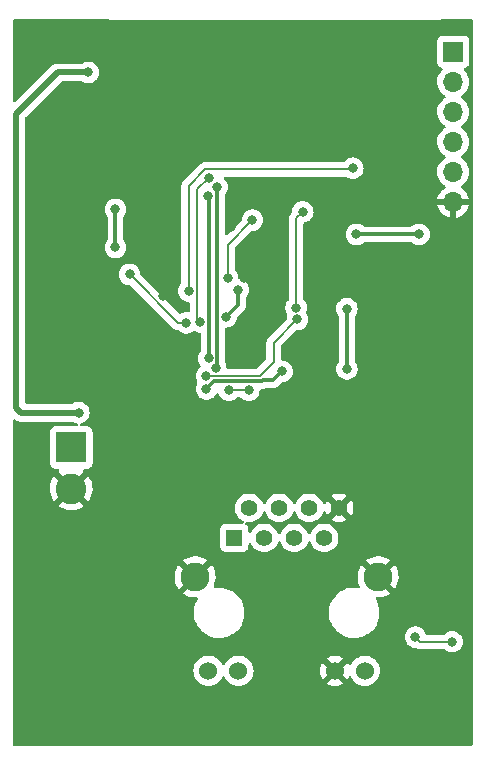
<source format=gbr>
%TF.GenerationSoftware,KiCad,Pcbnew,6.0.4*%
%TF.CreationDate,2022-06-16T01:35:27+03:00*%
%TF.ProjectId,MULTIGW,4d554c54-4947-4572-9e6b-696361645f70,rev?*%
%TF.SameCoordinates,Original*%
%TF.FileFunction,Copper,L2,Bot*%
%TF.FilePolarity,Positive*%
%FSLAX46Y46*%
G04 Gerber Fmt 4.6, Leading zero omitted, Abs format (unit mm)*
G04 Created by KiCad (PCBNEW 6.0.4) date 2022-06-16 01:35:27*
%MOMM*%
%LPD*%
G01*
G04 APERTURE LIST*
%TA.AperFunction,ComponentPad*%
%ADD10R,1.700000X1.700000*%
%TD*%
%TA.AperFunction,ComponentPad*%
%ADD11O,1.700000X1.700000*%
%TD*%
%TA.AperFunction,ComponentPad*%
%ADD12R,2.600000X2.600000*%
%TD*%
%TA.AperFunction,ComponentPad*%
%ADD13C,2.600000*%
%TD*%
%TA.AperFunction,ComponentPad*%
%ADD14R,1.398000X1.398000*%
%TD*%
%TA.AperFunction,ComponentPad*%
%ADD15C,1.398000*%
%TD*%
%TA.AperFunction,ComponentPad*%
%ADD16C,1.530000*%
%TD*%
%TA.AperFunction,ComponentPad*%
%ADD17C,2.445000*%
%TD*%
%TA.AperFunction,ViaPad*%
%ADD18C,0.800000*%
%TD*%
%TA.AperFunction,Conductor*%
%ADD19C,0.500000*%
%TD*%
%TA.AperFunction,Conductor*%
%ADD20C,0.300000*%
%TD*%
%TA.AperFunction,Conductor*%
%ADD21C,0.200000*%
%TD*%
G04 APERTURE END LIST*
D10*
%TO.P,J2,1,Pin_1*%
%TO.N,+3V3*%
X131800000Y-62750000D03*
D11*
%TO.P,J2,2,Pin_2*%
%TO.N,/EN*%
X131800000Y-65290000D03*
%TO.P,J2,3,Pin_3*%
%TO.N,/BOOT0*%
X131800000Y-67830000D03*
%TO.P,J2,4,Pin_4*%
%TO.N,/TX*%
X131800000Y-70370000D03*
%TO.P,J2,5,Pin_5*%
%TO.N,/RX*%
X131800000Y-72910000D03*
%TO.P,J2,6,Pin_6*%
%TO.N,GND*%
X131800000Y-75450000D03*
%TD*%
D12*
%TO.P,J3,1,Pin_1*%
%TO.N,VBUS*%
X99455000Y-96250000D03*
D13*
%TO.P,J3,2,Pin_2*%
%TO.N,GND*%
X99455000Y-99750000D03*
%TD*%
D14*
%TO.P,J1,1*%
%TO.N,/TX+*%
X113250000Y-103900000D03*
D15*
%TO.P,J1,2*%
%TO.N,/TX-*%
X114520000Y-101360000D03*
%TO.P,J1,3*%
%TO.N,/RX+*%
X115790000Y-103900000D03*
%TO.P,J1,4*%
%TO.N,+3V3*%
X117060000Y-101360000D03*
%TO.P,J1,5*%
X118330000Y-103900000D03*
%TO.P,J1,6*%
%TO.N,/RX-*%
X119600000Y-101360000D03*
%TO.P,J1,7*%
%TO.N,N/C*%
X120870000Y-103900000D03*
%TO.P,J1,8*%
%TO.N,GND*%
X122140000Y-101360000D03*
D16*
%TO.P,J1,9*%
%TO.N,+3V3*%
X111075000Y-115150000D03*
%TO.P,J1,10*%
%TO.N,Net-(J1-Pad10)*%
X113615000Y-115150000D03*
%TO.P,J1,11*%
%TO.N,GND*%
X121785000Y-115150000D03*
%TO.P,J1,12*%
%TO.N,Net-(J1-Pad12)*%
X124325000Y-115150000D03*
D17*
%TO.P,J1,15,SHIELD*%
%TO.N,GND*%
X109955000Y-107200000D03*
%TO.P,J1,16,SHIELD*%
X125445000Y-107200000D03*
%TD*%
D18*
%TO.N,GND*%
X97900000Y-84600000D03*
X127000000Y-61700000D03*
X100700000Y-92100000D03*
X106800000Y-61000000D03*
X107200000Y-83400000D03*
X114049536Y-81863522D03*
X109900000Y-61700000D03*
X121500000Y-89000000D03*
X121500000Y-90600000D03*
X108200000Y-93000000D03*
X114700000Y-87800000D03*
X101400000Y-61400000D03*
X106800000Y-89100000D03*
X107900000Y-91700000D03*
X113000000Y-77600000D03*
X119600000Y-82800000D03*
X115800000Y-69200000D03*
%TO.N,+3V3*%
X113600000Y-82900000D03*
X112573470Y-85184484D03*
X100100000Y-93300000D03*
X100900000Y-64500000D03*
X122800000Y-89600000D03*
X122800000Y-84500000D03*
%TO.N,Net-(C10-Pad1)*%
X117300000Y-89800000D03*
X110900000Y-91300000D03*
%TO.N,/TX-*%
X112800500Y-91399011D03*
X114500000Y-91400000D03*
%TO.N,/PHY_L1*%
X128600000Y-112300000D03*
X131700000Y-112700000D03*
%TO.N,/BOOT0*%
X128900000Y-78200000D03*
X123600000Y-78200000D03*
%TO.N,Net-(R10-Pad2)*%
X103200000Y-76100000D03*
X103200000Y-79300000D03*
%TO.N,/PHY_INT*%
X104400000Y-81600000D03*
X109200000Y-85700000D03*
%TO.N,/PHY_RXER*%
X114800000Y-77000000D03*
X112700000Y-81863534D03*
%TO.N,/ETH_CLK*%
X118500000Y-84400000D03*
X119059788Y-76300500D03*
%TO.N,/ETH_MDIO*%
X123300000Y-72600000D03*
X109400000Y-83000000D03*
%TO.N,/ETH_TXD0*%
X111082456Y-88699500D03*
X111062647Y-74924053D03*
%TO.N,/ETH_TXEN*%
X118600000Y-85400000D03*
X110900000Y-90200000D03*
%TO.N,/ETH_TXD1*%
X111692948Y-89490894D03*
X111800000Y-74200000D03*
%TO.N,/ETH_MDC*%
X110357360Y-85612829D03*
X111100000Y-73400000D03*
%TD*%
D19*
%TO.N,+3V3*%
X100100000Y-93300000D02*
X95200000Y-93300000D01*
X94800000Y-68000000D02*
X98300000Y-64500000D01*
X94800000Y-92900000D02*
X94800000Y-68000000D01*
X95200000Y-93300000D02*
X94800000Y-92900000D01*
D20*
X113600000Y-82900000D02*
X113600000Y-84157954D01*
X113600000Y-84157954D02*
X112573470Y-85184484D01*
D19*
X98300000Y-64500000D02*
X100900000Y-64500000D01*
D20*
X122800000Y-84500000D02*
X122800000Y-89600000D01*
%TO.N,Net-(C10-Pad1)*%
X115586193Y-90649511D02*
X115213806Y-90649510D01*
X116550489Y-90549511D02*
X115686193Y-90549511D01*
X111550489Y-90649511D02*
X110900000Y-91300000D01*
X117300000Y-89800000D02*
X116550489Y-90549511D01*
X115686193Y-90549511D02*
X115586193Y-90649511D01*
X115213806Y-90649510D02*
X111550489Y-90649511D01*
D21*
%TO.N,/TX-*%
X112801489Y-91400000D02*
X112800500Y-91399011D01*
X114500000Y-91400000D02*
X112801489Y-91400000D01*
X114320483Y-91399010D02*
X112800500Y-91399011D01*
%TO.N,/PHY_L1*%
X131700000Y-112700000D02*
X129000000Y-112700000D01*
X129000000Y-112700000D02*
X128600000Y-112300000D01*
D20*
%TO.N,/BOOT0*%
X128900000Y-78200000D02*
X123600000Y-78200000D01*
%TO.N,Net-(R10-Pad2)*%
X103200000Y-76100000D02*
X103200000Y-79300000D01*
D21*
%TO.N,/PHY_INT*%
X108500000Y-85700000D02*
X104400000Y-81600000D01*
X109200000Y-85700000D02*
X108500000Y-85700000D01*
%TO.N,/PHY_RXER*%
X112700000Y-81863534D02*
X112700000Y-79100000D01*
X112700000Y-79100000D02*
X114800000Y-77000000D01*
%TO.N,/ETH_CLK*%
X118500000Y-84400000D02*
X118500000Y-76860288D01*
X118500000Y-76860288D02*
X119059788Y-76300500D01*
%TO.N,/ETH_MDIO*%
X110810256Y-72700499D02*
X123199501Y-72700499D01*
X109400000Y-83000000D02*
X109400000Y-74110755D01*
X123199501Y-72700499D02*
X123300000Y-72600000D01*
X109400000Y-74110755D02*
X110810256Y-72700499D01*
D20*
%TO.N,/ETH_TXD0*%
X111106861Y-74968267D02*
X111106861Y-88675095D01*
X111062647Y-74924053D02*
X111106861Y-74968267D01*
X111106861Y-88675095D02*
X111082456Y-88699500D01*
D21*
%TO.N,/ETH_TXEN*%
X116600000Y-89000000D02*
X115400000Y-90200000D01*
X118600000Y-85400000D02*
X116600000Y-87400000D01*
X115400000Y-90200000D02*
X110900000Y-90200000D01*
X116600000Y-87400000D02*
X116600000Y-89000000D01*
D20*
%TO.N,/ETH_TXD1*%
X111823969Y-74223969D02*
X111823969Y-85494939D01*
X111800000Y-74200000D02*
X111823969Y-74223969D01*
X111823969Y-85494939D02*
X111833349Y-85504319D01*
X111833349Y-85504319D02*
X111833349Y-89350493D01*
X111833349Y-89350493D02*
X111692948Y-89490894D01*
D21*
%TO.N,/ETH_MDC*%
X110100000Y-85355469D02*
X110357360Y-85612829D01*
X110100000Y-74400000D02*
X110100000Y-85355469D01*
X111100000Y-73400000D02*
X110100000Y-74400000D01*
%TD*%
%TA.AperFunction,Conductor*%
%TO.N,GND*%
G36*
X102722757Y-60020002D02*
G01*
X102737149Y-60030776D01*
X102740000Y-60033247D01*
X102740000Y-60040000D01*
X130740000Y-60040000D01*
X130740000Y-60034681D01*
X130747234Y-60032557D01*
X130789949Y-60005104D01*
X130825449Y-60000000D01*
X133365500Y-60000000D01*
X133433621Y-60020002D01*
X133480114Y-60073658D01*
X133491500Y-60126000D01*
X133491500Y-121365500D01*
X133471498Y-121433621D01*
X133417842Y-121480114D01*
X133365500Y-121491500D01*
X94634500Y-121491500D01*
X94566379Y-121471498D01*
X94519886Y-121417842D01*
X94508500Y-121365500D01*
X94508500Y-115150000D01*
X109796635Y-115150000D01*
X109816056Y-115371986D01*
X109873730Y-115587227D01*
X109876052Y-115592208D01*
X109876053Y-115592209D01*
X109965577Y-115784195D01*
X109965580Y-115784200D01*
X109967903Y-115789182D01*
X110095716Y-115971717D01*
X110253283Y-116129284D01*
X110435817Y-116257097D01*
X110440799Y-116259420D01*
X110440804Y-116259423D01*
X110631779Y-116348475D01*
X110637773Y-116351270D01*
X110643081Y-116352692D01*
X110643083Y-116352693D01*
X110709465Y-116370480D01*
X110853014Y-116408944D01*
X111075000Y-116428365D01*
X111296986Y-116408944D01*
X111440535Y-116370480D01*
X111506917Y-116352693D01*
X111506919Y-116352692D01*
X111512227Y-116351270D01*
X111518221Y-116348475D01*
X111709196Y-116259423D01*
X111709201Y-116259420D01*
X111714183Y-116257097D01*
X111896717Y-116129284D01*
X112054284Y-115971717D01*
X112182097Y-115789182D01*
X112184420Y-115784200D01*
X112184423Y-115784195D01*
X112230805Y-115684727D01*
X112277722Y-115631442D01*
X112345999Y-115611981D01*
X112413959Y-115632523D01*
X112459195Y-115684727D01*
X112505577Y-115784195D01*
X112505580Y-115784200D01*
X112507903Y-115789182D01*
X112635716Y-115971717D01*
X112793283Y-116129284D01*
X112975817Y-116257097D01*
X112980799Y-116259420D01*
X112980804Y-116259423D01*
X113171779Y-116348475D01*
X113177773Y-116351270D01*
X113183081Y-116352692D01*
X113183083Y-116352693D01*
X113249465Y-116370480D01*
X113393014Y-116408944D01*
X113615000Y-116428365D01*
X113836986Y-116408944D01*
X113980535Y-116370480D01*
X114046917Y-116352693D01*
X114046919Y-116352692D01*
X114052227Y-116351270D01*
X114058221Y-116348475D01*
X114249196Y-116259423D01*
X114249201Y-116259420D01*
X114254183Y-116257097D01*
X114320113Y-116210932D01*
X121088623Y-116210932D01*
X121097916Y-116222945D01*
X121141569Y-116253512D01*
X121151047Y-116258984D01*
X121342962Y-116348475D01*
X121353255Y-116352221D01*
X121557786Y-116407025D01*
X121568581Y-116408928D01*
X121779525Y-116427384D01*
X121790475Y-116427384D01*
X122001419Y-116408928D01*
X122012214Y-116407025D01*
X122216745Y-116352221D01*
X122227038Y-116348475D01*
X122418953Y-116258984D01*
X122428431Y-116253512D01*
X122472920Y-116222359D01*
X122481294Y-116211883D01*
X122474226Y-116198436D01*
X121797812Y-115522022D01*
X121783868Y-115514408D01*
X121782035Y-115514539D01*
X121775420Y-115518790D01*
X121095053Y-116199157D01*
X121088623Y-116210932D01*
X114320113Y-116210932D01*
X114436717Y-116129284D01*
X114594284Y-115971717D01*
X114722097Y-115789182D01*
X114724420Y-115784200D01*
X114724423Y-115784195D01*
X114813947Y-115592209D01*
X114813948Y-115592208D01*
X114816270Y-115587227D01*
X114873944Y-115371986D01*
X114892886Y-115155475D01*
X120507616Y-115155475D01*
X120526072Y-115366419D01*
X120527975Y-115377214D01*
X120582779Y-115581745D01*
X120586525Y-115592037D01*
X120676012Y-115783944D01*
X120681495Y-115793439D01*
X120712640Y-115837919D01*
X120723117Y-115846294D01*
X120736564Y-115839226D01*
X121412978Y-115162812D01*
X121419356Y-115151132D01*
X122149408Y-115151132D01*
X122149539Y-115152965D01*
X122153790Y-115159580D01*
X122834157Y-115839947D01*
X122845932Y-115846377D01*
X122857947Y-115837081D01*
X122888505Y-115793439D01*
X122893988Y-115783944D01*
X122940529Y-115684135D01*
X122987446Y-115630850D01*
X123055723Y-115611389D01*
X123123683Y-115631931D01*
X123168919Y-115684135D01*
X123215577Y-115784195D01*
X123215580Y-115784200D01*
X123217903Y-115789182D01*
X123345716Y-115971717D01*
X123503283Y-116129284D01*
X123685817Y-116257097D01*
X123690799Y-116259420D01*
X123690804Y-116259423D01*
X123881779Y-116348475D01*
X123887773Y-116351270D01*
X123893081Y-116352692D01*
X123893083Y-116352693D01*
X123959465Y-116370480D01*
X124103014Y-116408944D01*
X124325000Y-116428365D01*
X124546986Y-116408944D01*
X124690535Y-116370480D01*
X124756917Y-116352693D01*
X124756919Y-116352692D01*
X124762227Y-116351270D01*
X124768221Y-116348475D01*
X124959196Y-116259423D01*
X124959201Y-116259420D01*
X124964183Y-116257097D01*
X125146717Y-116129284D01*
X125304284Y-115971717D01*
X125432097Y-115789182D01*
X125434420Y-115784200D01*
X125434423Y-115784195D01*
X125523947Y-115592209D01*
X125523948Y-115592208D01*
X125526270Y-115587227D01*
X125583944Y-115371986D01*
X125603365Y-115150000D01*
X125583944Y-114928014D01*
X125526270Y-114712773D01*
X125514727Y-114688019D01*
X125434423Y-114515805D01*
X125434420Y-114515800D01*
X125432097Y-114510818D01*
X125304284Y-114328283D01*
X125146717Y-114170716D01*
X124964183Y-114042903D01*
X124959201Y-114040580D01*
X124959196Y-114040577D01*
X124767209Y-113951053D01*
X124767208Y-113951053D01*
X124762227Y-113948730D01*
X124756919Y-113947308D01*
X124756917Y-113947307D01*
X124690536Y-113929520D01*
X124546986Y-113891056D01*
X124325000Y-113871635D01*
X124103014Y-113891056D01*
X123959465Y-113929520D01*
X123893083Y-113947307D01*
X123893081Y-113947308D01*
X123887773Y-113948730D01*
X123882792Y-113951052D01*
X123882791Y-113951053D01*
X123690805Y-114040577D01*
X123690800Y-114040580D01*
X123685818Y-114042903D01*
X123503283Y-114170716D01*
X123345716Y-114328283D01*
X123217903Y-114510818D01*
X123215580Y-114515800D01*
X123215577Y-114515805D01*
X123168919Y-114615865D01*
X123122002Y-114669150D01*
X123053725Y-114688611D01*
X122985765Y-114668069D01*
X122940529Y-114615865D01*
X122893988Y-114516056D01*
X122888505Y-114506561D01*
X122857360Y-114462081D01*
X122846883Y-114453706D01*
X122833436Y-114460774D01*
X122157022Y-115137188D01*
X122149408Y-115151132D01*
X121419356Y-115151132D01*
X121420592Y-115148868D01*
X121420461Y-115147035D01*
X121416210Y-115140420D01*
X120735843Y-114460053D01*
X120724068Y-114453623D01*
X120712053Y-114462919D01*
X120681495Y-114506561D01*
X120676012Y-114516056D01*
X120586525Y-114707963D01*
X120582779Y-114718255D01*
X120527975Y-114922786D01*
X120526072Y-114933581D01*
X120507616Y-115144525D01*
X120507616Y-115155475D01*
X114892886Y-115155475D01*
X114893365Y-115150000D01*
X114873944Y-114928014D01*
X114816270Y-114712773D01*
X114804727Y-114688019D01*
X114724423Y-114515805D01*
X114724420Y-114515800D01*
X114722097Y-114510818D01*
X114594284Y-114328283D01*
X114436717Y-114170716D01*
X114318755Y-114088117D01*
X121088706Y-114088117D01*
X121095774Y-114101564D01*
X121772188Y-114777978D01*
X121786132Y-114785592D01*
X121787965Y-114785461D01*
X121794580Y-114781210D01*
X122474947Y-114100843D01*
X122481377Y-114089068D01*
X122472084Y-114077055D01*
X122428431Y-114046488D01*
X122418953Y-114041016D01*
X122227038Y-113951525D01*
X122216745Y-113947779D01*
X122012214Y-113892975D01*
X122001419Y-113891072D01*
X121790475Y-113872616D01*
X121779525Y-113872616D01*
X121568581Y-113891072D01*
X121557786Y-113892975D01*
X121353255Y-113947779D01*
X121342963Y-113951525D01*
X121151056Y-114041012D01*
X121141561Y-114046495D01*
X121097081Y-114077640D01*
X121088706Y-114088117D01*
X114318755Y-114088117D01*
X114254183Y-114042903D01*
X114249201Y-114040580D01*
X114249196Y-114040577D01*
X114057209Y-113951053D01*
X114057208Y-113951053D01*
X114052227Y-113948730D01*
X114046919Y-113947308D01*
X114046917Y-113947307D01*
X113980536Y-113929520D01*
X113836986Y-113891056D01*
X113615000Y-113871635D01*
X113393014Y-113891056D01*
X113249465Y-113929520D01*
X113183083Y-113947307D01*
X113183081Y-113947308D01*
X113177773Y-113948730D01*
X113172792Y-113951052D01*
X113172791Y-113951053D01*
X112980805Y-114040577D01*
X112980800Y-114040580D01*
X112975818Y-114042903D01*
X112793283Y-114170716D01*
X112635716Y-114328283D01*
X112507903Y-114510818D01*
X112505580Y-114515800D01*
X112505577Y-114515805D01*
X112459195Y-114615273D01*
X112412278Y-114668558D01*
X112344001Y-114688019D01*
X112276041Y-114667477D01*
X112230805Y-114615273D01*
X112184423Y-114515805D01*
X112184420Y-114515800D01*
X112182097Y-114510818D01*
X112054284Y-114328283D01*
X111896717Y-114170716D01*
X111714183Y-114042903D01*
X111709201Y-114040580D01*
X111709196Y-114040577D01*
X111517209Y-113951053D01*
X111517208Y-113951053D01*
X111512227Y-113948730D01*
X111506919Y-113947308D01*
X111506917Y-113947307D01*
X111440536Y-113929520D01*
X111296986Y-113891056D01*
X111075000Y-113871635D01*
X110853014Y-113891056D01*
X110709464Y-113929520D01*
X110643083Y-113947307D01*
X110643081Y-113947308D01*
X110637773Y-113948730D01*
X110632792Y-113951052D01*
X110632791Y-113951053D01*
X110440805Y-114040577D01*
X110440800Y-114040580D01*
X110435818Y-114042903D01*
X110253283Y-114170716D01*
X110095716Y-114328283D01*
X109967903Y-114510818D01*
X109965580Y-114515800D01*
X109965577Y-114515805D01*
X109885273Y-114688019D01*
X109873730Y-114712773D01*
X109816056Y-114928014D01*
X109796635Y-115150000D01*
X94508500Y-115150000D01*
X94508500Y-108589456D01*
X108930289Y-108589456D01*
X108939003Y-108600977D01*
X109031630Y-108668895D01*
X109039549Y-108673843D01*
X109258880Y-108789239D01*
X109267454Y-108792967D01*
X109501442Y-108874679D01*
X109510451Y-108877093D01*
X109753964Y-108923326D01*
X109763220Y-108924380D01*
X110010895Y-108934112D01*
X110020207Y-108933786D01*
X110053281Y-108930164D01*
X110123175Y-108942631D01*
X110175233Y-108990906D01*
X110192927Y-109059662D01*
X110174432Y-109121250D01*
X110089867Y-109259248D01*
X110088148Y-109263165D01*
X110088146Y-109263168D01*
X110079397Y-109283100D01*
X109972941Y-109525614D01*
X109971765Y-109529742D01*
X109971764Y-109529745D01*
X109947218Y-109615913D01*
X109893246Y-109805384D01*
X109892642Y-109809626D01*
X109892641Y-109809632D01*
X109890125Y-109827313D01*
X109852258Y-110093381D01*
X109850735Y-110384277D01*
X109888705Y-110672687D01*
X109965465Y-110953276D01*
X110079596Y-111220852D01*
X110228985Y-111470462D01*
X110231669Y-111473813D01*
X110231671Y-111473815D01*
X110246322Y-111492102D01*
X110410867Y-111697489D01*
X110621878Y-111897731D01*
X110858113Y-112067483D01*
X111115200Y-112203603D01*
X111119223Y-112205075D01*
X111119227Y-112205077D01*
X111384351Y-112302099D01*
X111388382Y-112303574D01*
X111672604Y-112365544D01*
X111701650Y-112367830D01*
X111898297Y-112383307D01*
X111898304Y-112383307D01*
X111900753Y-112383500D01*
X112058121Y-112383500D01*
X112060257Y-112383354D01*
X112060268Y-112383354D01*
X112270949Y-112368991D01*
X112270955Y-112368990D01*
X112275226Y-112368699D01*
X112279421Y-112367830D01*
X112279423Y-112367830D01*
X112469612Y-112328444D01*
X112560081Y-112309709D01*
X112834295Y-112212605D01*
X113092793Y-112079184D01*
X113096294Y-112076723D01*
X113096298Y-112076721D01*
X113298331Y-111934729D01*
X113330792Y-111911915D01*
X113484830Y-111768774D01*
X113540745Y-111716815D01*
X113540748Y-111716812D01*
X113543888Y-111713894D01*
X113554895Y-111700447D01*
X113711689Y-111508882D01*
X113728139Y-111488784D01*
X113880133Y-111240752D01*
X113888869Y-111220852D01*
X113995334Y-110978315D01*
X113997059Y-110974386D01*
X114003073Y-110953276D01*
X114022782Y-110884087D01*
X114076754Y-110694616D01*
X114079286Y-110676829D01*
X114117137Y-110410870D01*
X114117742Y-110406619D01*
X114117859Y-110384277D01*
X121280735Y-110384277D01*
X121318705Y-110672687D01*
X121395465Y-110953276D01*
X121509596Y-111220852D01*
X121658985Y-111470462D01*
X121661669Y-111473813D01*
X121661671Y-111473815D01*
X121676322Y-111492102D01*
X121840867Y-111697489D01*
X122051878Y-111897731D01*
X122288113Y-112067483D01*
X122545200Y-112203603D01*
X122549223Y-112205075D01*
X122549227Y-112205077D01*
X122814351Y-112302099D01*
X122818382Y-112303574D01*
X123102604Y-112365544D01*
X123131650Y-112367830D01*
X123328297Y-112383307D01*
X123328304Y-112383307D01*
X123330753Y-112383500D01*
X123488121Y-112383500D01*
X123490257Y-112383354D01*
X123490268Y-112383354D01*
X123700949Y-112368991D01*
X123700955Y-112368990D01*
X123705226Y-112368699D01*
X123709421Y-112367830D01*
X123709423Y-112367830D01*
X123899612Y-112328444D01*
X123990081Y-112309709D01*
X124017498Y-112300000D01*
X127686496Y-112300000D01*
X127706458Y-112489928D01*
X127765473Y-112671556D01*
X127860960Y-112836944D01*
X127865378Y-112841851D01*
X127865379Y-112841852D01*
X127908667Y-112889928D01*
X127988747Y-112978866D01*
X128143248Y-113091118D01*
X128149276Y-113093802D01*
X128149278Y-113093803D01*
X128311681Y-113166109D01*
X128317712Y-113168794D01*
X128411112Y-113188647D01*
X128498056Y-113207128D01*
X128498061Y-113207128D01*
X128504513Y-113208500D01*
X128621640Y-113208500D01*
X128684639Y-113225380D01*
X128686574Y-113226497D01*
X128693125Y-113231524D01*
X128841150Y-113292838D01*
X128960115Y-113308500D01*
X128960120Y-113308500D01*
X128960129Y-113308501D01*
X128991812Y-113312672D01*
X129000000Y-113313750D01*
X129031693Y-113309578D01*
X129048136Y-113308500D01*
X130969290Y-113308500D01*
X131037411Y-113328502D01*
X131062926Y-113350189D01*
X131088747Y-113378866D01*
X131243248Y-113491118D01*
X131249276Y-113493802D01*
X131249278Y-113493803D01*
X131411681Y-113566109D01*
X131417712Y-113568794D01*
X131511113Y-113588647D01*
X131598056Y-113607128D01*
X131598061Y-113607128D01*
X131604513Y-113608500D01*
X131795487Y-113608500D01*
X131801939Y-113607128D01*
X131801944Y-113607128D01*
X131888887Y-113588647D01*
X131982288Y-113568794D01*
X131988319Y-113566109D01*
X132150722Y-113493803D01*
X132150724Y-113493802D01*
X132156752Y-113491118D01*
X132311253Y-113378866D01*
X132439040Y-113236944D01*
X132534527Y-113071556D01*
X132593542Y-112889928D01*
X132613504Y-112700000D01*
X132593542Y-112510072D01*
X132534527Y-112328444D01*
X132439040Y-112163056D01*
X132397243Y-112116635D01*
X132315675Y-112026045D01*
X132315674Y-112026044D01*
X132311253Y-112021134D01*
X132183677Y-111928444D01*
X132162094Y-111912763D01*
X132162093Y-111912762D01*
X132156752Y-111908882D01*
X132150724Y-111906198D01*
X132150722Y-111906197D01*
X131988319Y-111833891D01*
X131988318Y-111833891D01*
X131982288Y-111831206D01*
X131888887Y-111811353D01*
X131801944Y-111792872D01*
X131801939Y-111792872D01*
X131795487Y-111791500D01*
X131604513Y-111791500D01*
X131598061Y-111792872D01*
X131598056Y-111792872D01*
X131511112Y-111811353D01*
X131417712Y-111831206D01*
X131411682Y-111833891D01*
X131411681Y-111833891D01*
X131249278Y-111906197D01*
X131249276Y-111906198D01*
X131243248Y-111908882D01*
X131237907Y-111912762D01*
X131237906Y-111912763D01*
X131216323Y-111928444D01*
X131088747Y-112021134D01*
X131084334Y-112026036D01*
X131084332Y-112026037D01*
X131062926Y-112049811D01*
X131002480Y-112087050D01*
X130969290Y-112091500D01*
X129579052Y-112091500D01*
X129510931Y-112071498D01*
X129464438Y-112017842D01*
X129459219Y-112004437D01*
X129436568Y-111934725D01*
X129436567Y-111934724D01*
X129434527Y-111928444D01*
X129339040Y-111763056D01*
X129297405Y-111716815D01*
X129215675Y-111626045D01*
X129215674Y-111626044D01*
X129211253Y-111621134D01*
X129056752Y-111508882D01*
X129050724Y-111506198D01*
X129050722Y-111506197D01*
X128888319Y-111433891D01*
X128888318Y-111433891D01*
X128882288Y-111431206D01*
X128788887Y-111411353D01*
X128701944Y-111392872D01*
X128701939Y-111392872D01*
X128695487Y-111391500D01*
X128504513Y-111391500D01*
X128498061Y-111392872D01*
X128498056Y-111392872D01*
X128411112Y-111411353D01*
X128317712Y-111431206D01*
X128311682Y-111433891D01*
X128311681Y-111433891D01*
X128149278Y-111506197D01*
X128149276Y-111506198D01*
X128143248Y-111508882D01*
X127988747Y-111621134D01*
X127984326Y-111626044D01*
X127984325Y-111626045D01*
X127902596Y-111716815D01*
X127860960Y-111763056D01*
X127765473Y-111928444D01*
X127706458Y-112110072D01*
X127686496Y-112300000D01*
X124017498Y-112300000D01*
X124264295Y-112212605D01*
X124522793Y-112079184D01*
X124526294Y-112076723D01*
X124526298Y-112076721D01*
X124728331Y-111934729D01*
X124760792Y-111911915D01*
X124914830Y-111768774D01*
X124970745Y-111716815D01*
X124970748Y-111716812D01*
X124973888Y-111713894D01*
X124984895Y-111700447D01*
X125141689Y-111508882D01*
X125158139Y-111488784D01*
X125310133Y-111240752D01*
X125318869Y-111220852D01*
X125425334Y-110978315D01*
X125427059Y-110974386D01*
X125433073Y-110953276D01*
X125452782Y-110884087D01*
X125506754Y-110694616D01*
X125509286Y-110676829D01*
X125547137Y-110410870D01*
X125547742Y-110406619D01*
X125549265Y-110115723D01*
X125511295Y-109827313D01*
X125434535Y-109546724D01*
X125320404Y-109279148D01*
X125224130Y-109118287D01*
X125206311Y-109049566D01*
X125228475Y-108982117D01*
X125283585Y-108937359D01*
X125337194Y-108927680D01*
X125500895Y-108934112D01*
X125510208Y-108933786D01*
X125756590Y-108906803D01*
X125765767Y-108905102D01*
X126005452Y-108841999D01*
X126014272Y-108838962D01*
X126242002Y-108741121D01*
X126250274Y-108736814D01*
X126461038Y-108606389D01*
X126465175Y-108603384D01*
X126473003Y-108591505D01*
X126466939Y-108581150D01*
X125086921Y-107201131D01*
X125809408Y-107201131D01*
X125809539Y-107202966D01*
X125813790Y-107209580D01*
X126825014Y-108220803D01*
X126837394Y-108227563D01*
X126845735Y-108221320D01*
X126967532Y-108031964D01*
X126971975Y-108023780D01*
X127073776Y-107797789D01*
X127076966Y-107789024D01*
X127144244Y-107550478D01*
X127146104Y-107541336D01*
X127177576Y-107293951D01*
X127178057Y-107287664D01*
X127180269Y-107203160D01*
X127180118Y-107196851D01*
X127161637Y-106948151D01*
X127160261Y-106938945D01*
X127105556Y-106697189D01*
X127102832Y-106688278D01*
X127012996Y-106457265D01*
X127008985Y-106448856D01*
X126885991Y-106233660D01*
X126880780Y-106225935D01*
X126846810Y-106182844D01*
X126834884Y-106174373D01*
X126823352Y-106180859D01*
X125817020Y-107187190D01*
X125809408Y-107201131D01*
X125086921Y-107201131D01*
X125085790Y-107200000D01*
X124065848Y-106180059D01*
X124052542Y-106172793D01*
X124042506Y-106179913D01*
X124035215Y-106188679D01*
X124029794Y-106196279D01*
X123901215Y-106408170D01*
X123896981Y-106416481D01*
X123801134Y-106645051D01*
X123798174Y-106653897D01*
X123737165Y-106894120D01*
X123735543Y-106903317D01*
X123710712Y-107149920D01*
X123710467Y-107159246D01*
X123722359Y-107406814D01*
X123723496Y-107416074D01*
X123771851Y-107659173D01*
X123774340Y-107668148D01*
X123858096Y-107901427D01*
X123861893Y-107909955D01*
X123886863Y-107956427D01*
X123901486Y-108025901D01*
X123876227Y-108092253D01*
X123819106Y-108134415D01*
X123749028Y-108139172D01*
X123731592Y-108135370D01*
X123731580Y-108135368D01*
X123727396Y-108134456D01*
X123683598Y-108131009D01*
X123501703Y-108116693D01*
X123501696Y-108116693D01*
X123499247Y-108116500D01*
X123341879Y-108116500D01*
X123339743Y-108116646D01*
X123339732Y-108116646D01*
X123129051Y-108131009D01*
X123129045Y-108131010D01*
X123124774Y-108131301D01*
X123120579Y-108132170D01*
X123120577Y-108132170D01*
X123078552Y-108140873D01*
X122839919Y-108190291D01*
X122565705Y-108287395D01*
X122307207Y-108420816D01*
X122303706Y-108423277D01*
X122303702Y-108423279D01*
X122290558Y-108432517D01*
X122069208Y-108588085D01*
X122066067Y-108591004D01*
X121904522Y-108741121D01*
X121856112Y-108786106D01*
X121853398Y-108789422D01*
X121853395Y-108789425D01*
X121781640Y-108877093D01*
X121671861Y-109011216D01*
X121519867Y-109259248D01*
X121518148Y-109263165D01*
X121518146Y-109263168D01*
X121509397Y-109283100D01*
X121402941Y-109525614D01*
X121401765Y-109529742D01*
X121401764Y-109529745D01*
X121377218Y-109615913D01*
X121323246Y-109805384D01*
X121322642Y-109809626D01*
X121322641Y-109809632D01*
X121320125Y-109827313D01*
X121282258Y-110093381D01*
X121280735Y-110384277D01*
X114117859Y-110384277D01*
X114119265Y-110115723D01*
X114081295Y-109827313D01*
X114004535Y-109546724D01*
X113890404Y-109279148D01*
X113741015Y-109029538D01*
X113726337Y-109011216D01*
X113590769Y-108841999D01*
X113559133Y-108802511D01*
X113348122Y-108602269D01*
X113111887Y-108432517D01*
X112854800Y-108296397D01*
X112850777Y-108294925D01*
X112850773Y-108294923D01*
X112585649Y-108197901D01*
X112585647Y-108197900D01*
X112581618Y-108196426D01*
X112297396Y-108134456D01*
X112253598Y-108131009D01*
X112071703Y-108116693D01*
X112071696Y-108116693D01*
X112069247Y-108116500D01*
X111911879Y-108116500D01*
X111909743Y-108116646D01*
X111909732Y-108116646D01*
X111699051Y-108131009D01*
X111699045Y-108131010D01*
X111694774Y-108131301D01*
X111690579Y-108132170D01*
X111690577Y-108132170D01*
X111681161Y-108134120D01*
X111648552Y-108140873D01*
X111577792Y-108135101D01*
X111521384Y-108091988D01*
X111497239Y-108025223D01*
X111508120Y-107965741D01*
X111583776Y-107797789D01*
X111586966Y-107789024D01*
X111654244Y-107550478D01*
X111656104Y-107541336D01*
X111687576Y-107293951D01*
X111688057Y-107287664D01*
X111690269Y-107203160D01*
X111690118Y-107196851D01*
X111671637Y-106948151D01*
X111670261Y-106938945D01*
X111615556Y-106697189D01*
X111612832Y-106688278D01*
X111522996Y-106457265D01*
X111518985Y-106448856D01*
X111395991Y-106233660D01*
X111390780Y-106225935D01*
X111356810Y-106182844D01*
X111344884Y-106174373D01*
X111333352Y-106180859D01*
X109955000Y-107559210D01*
X108936945Y-108577266D01*
X108930289Y-108589456D01*
X94508500Y-108589456D01*
X94508500Y-107159246D01*
X108220467Y-107159246D01*
X108232359Y-107406814D01*
X108233496Y-107416074D01*
X108281851Y-107659173D01*
X108284340Y-107668148D01*
X108368096Y-107901427D01*
X108371893Y-107909955D01*
X108489205Y-108128283D01*
X108494216Y-108136150D01*
X108554096Y-108216339D01*
X108565354Y-108224788D01*
X108577773Y-108218016D01*
X109582980Y-107212810D01*
X109590592Y-107198869D01*
X109590461Y-107197034D01*
X109586210Y-107190420D01*
X108575850Y-106180061D01*
X108562542Y-106172794D01*
X108552505Y-106179914D01*
X108545215Y-106188679D01*
X108539794Y-106196279D01*
X108411215Y-106408170D01*
X108406981Y-106416481D01*
X108311134Y-106645051D01*
X108308174Y-106653897D01*
X108247165Y-106894120D01*
X108245543Y-106903317D01*
X108220712Y-107149920D01*
X108220467Y-107159246D01*
X94508500Y-107159246D01*
X94508500Y-105808666D01*
X108928080Y-105808666D01*
X108932653Y-105818442D01*
X109942190Y-106827980D01*
X109956131Y-106835592D01*
X109957966Y-106835461D01*
X109964580Y-106831210D01*
X110973656Y-105822133D01*
X110980040Y-105810442D01*
X110978660Y-105808666D01*
X124418080Y-105808666D01*
X124422653Y-105818442D01*
X125432190Y-106827980D01*
X125446131Y-106835592D01*
X125447966Y-106835461D01*
X125454580Y-106831210D01*
X126463656Y-105822133D01*
X126470040Y-105810442D01*
X126460629Y-105798333D01*
X126329596Y-105707432D01*
X126321568Y-105702704D01*
X126099262Y-105593075D01*
X126090629Y-105589587D01*
X125854555Y-105514019D01*
X125845504Y-105511846D01*
X125600858Y-105472003D01*
X125591569Y-105471191D01*
X125343736Y-105467946D01*
X125334425Y-105468516D01*
X125088831Y-105501940D01*
X125079712Y-105503878D01*
X124841766Y-105573233D01*
X124833013Y-105576505D01*
X124607931Y-105680270D01*
X124599776Y-105684790D01*
X124427218Y-105797924D01*
X124418080Y-105808666D01*
X110978660Y-105808666D01*
X110970629Y-105798333D01*
X110839596Y-105707432D01*
X110831568Y-105702704D01*
X110609262Y-105593075D01*
X110600629Y-105589587D01*
X110364555Y-105514019D01*
X110355504Y-105511846D01*
X110110858Y-105472003D01*
X110101569Y-105471191D01*
X109853736Y-105467946D01*
X109844425Y-105468516D01*
X109598831Y-105501940D01*
X109589712Y-105503878D01*
X109351766Y-105573233D01*
X109343013Y-105576505D01*
X109117931Y-105680270D01*
X109109776Y-105684790D01*
X108937218Y-105797924D01*
X108928080Y-105808666D01*
X94508500Y-105808666D01*
X94508500Y-104647134D01*
X112042500Y-104647134D01*
X112049255Y-104709316D01*
X112100385Y-104845705D01*
X112187739Y-104962261D01*
X112304295Y-105049615D01*
X112440684Y-105100745D01*
X112502866Y-105107500D01*
X113997134Y-105107500D01*
X114059316Y-105100745D01*
X114195705Y-105049615D01*
X114312261Y-104962261D01*
X114399615Y-104845705D01*
X114450745Y-104709316D01*
X114457500Y-104647134D01*
X114457500Y-104467982D01*
X114477502Y-104399861D01*
X114531158Y-104353368D01*
X114601432Y-104343264D01*
X114666012Y-104372758D01*
X114697695Y-104414731D01*
X114740280Y-104506056D01*
X114861468Y-104679131D01*
X115010869Y-104828532D01*
X115183944Y-104949720D01*
X115188922Y-104952041D01*
X115188925Y-104952043D01*
X115370451Y-105036690D01*
X115375433Y-105039013D01*
X115380741Y-105040435D01*
X115380743Y-105040436D01*
X115426764Y-105052767D01*
X115579519Y-105093697D01*
X115790000Y-105112112D01*
X116000481Y-105093697D01*
X116153236Y-105052767D01*
X116199257Y-105040436D01*
X116199259Y-105040435D01*
X116204567Y-105039013D01*
X116209549Y-105036690D01*
X116391075Y-104952043D01*
X116391078Y-104952041D01*
X116396056Y-104949720D01*
X116569131Y-104828532D01*
X116718532Y-104679131D01*
X116839720Y-104506056D01*
X116857475Y-104467982D01*
X116926690Y-104319549D01*
X116926691Y-104319548D01*
X116929013Y-104314567D01*
X116938293Y-104279933D01*
X116975244Y-104219310D01*
X117039105Y-104188289D01*
X117109599Y-104196717D01*
X117164347Y-104241920D01*
X117181707Y-104279933D01*
X117190987Y-104314567D01*
X117193309Y-104319548D01*
X117193310Y-104319549D01*
X117262526Y-104467982D01*
X117280280Y-104506056D01*
X117401468Y-104679131D01*
X117550869Y-104828532D01*
X117723944Y-104949720D01*
X117728922Y-104952041D01*
X117728925Y-104952043D01*
X117910451Y-105036690D01*
X117915433Y-105039013D01*
X117920741Y-105040435D01*
X117920743Y-105040436D01*
X117966764Y-105052767D01*
X118119519Y-105093697D01*
X118330000Y-105112112D01*
X118540481Y-105093697D01*
X118693236Y-105052767D01*
X118739257Y-105040436D01*
X118739259Y-105040435D01*
X118744567Y-105039013D01*
X118749549Y-105036690D01*
X118931075Y-104952043D01*
X118931078Y-104952041D01*
X118936056Y-104949720D01*
X119109131Y-104828532D01*
X119258532Y-104679131D01*
X119379720Y-104506056D01*
X119397475Y-104467982D01*
X119466690Y-104319549D01*
X119466691Y-104319548D01*
X119469013Y-104314567D01*
X119478293Y-104279933D01*
X119515244Y-104219310D01*
X119579105Y-104188289D01*
X119649599Y-104196717D01*
X119704347Y-104241920D01*
X119721707Y-104279933D01*
X119730987Y-104314567D01*
X119733309Y-104319548D01*
X119733310Y-104319549D01*
X119802526Y-104467982D01*
X119820280Y-104506056D01*
X119941468Y-104679131D01*
X120090869Y-104828532D01*
X120263944Y-104949720D01*
X120268922Y-104952041D01*
X120268925Y-104952043D01*
X120450451Y-105036690D01*
X120455433Y-105039013D01*
X120460741Y-105040435D01*
X120460743Y-105040436D01*
X120506764Y-105052767D01*
X120659519Y-105093697D01*
X120870000Y-105112112D01*
X121080481Y-105093697D01*
X121233236Y-105052767D01*
X121279257Y-105040436D01*
X121279259Y-105040435D01*
X121284567Y-105039013D01*
X121289549Y-105036690D01*
X121471075Y-104952043D01*
X121471078Y-104952041D01*
X121476056Y-104949720D01*
X121649131Y-104828532D01*
X121798532Y-104679131D01*
X121919720Y-104506056D01*
X121937475Y-104467982D01*
X122006690Y-104319549D01*
X122006691Y-104319548D01*
X122009013Y-104314567D01*
X122028479Y-104241920D01*
X122062273Y-104115796D01*
X122062273Y-104115795D01*
X122063697Y-104110481D01*
X122082112Y-103900000D01*
X122063697Y-103689519D01*
X122042849Y-103611711D01*
X122010436Y-103490743D01*
X122010435Y-103490741D01*
X122009013Y-103485433D01*
X121996227Y-103458014D01*
X121922043Y-103298925D01*
X121922041Y-103298922D01*
X121919720Y-103293944D01*
X121798532Y-103120869D01*
X121649131Y-102971468D01*
X121476056Y-102850280D01*
X121471078Y-102847959D01*
X121471075Y-102847957D01*
X121289549Y-102763310D01*
X121289548Y-102763309D01*
X121284567Y-102760987D01*
X121279259Y-102759565D01*
X121279257Y-102759564D01*
X121085796Y-102707727D01*
X121085795Y-102707727D01*
X121080481Y-102706303D01*
X120870000Y-102687888D01*
X120659519Y-102706303D01*
X120654205Y-102707727D01*
X120654204Y-102707727D01*
X120460743Y-102759564D01*
X120460741Y-102759565D01*
X120455433Y-102760987D01*
X120450452Y-102763309D01*
X120450451Y-102763310D01*
X120268925Y-102847957D01*
X120268922Y-102847959D01*
X120263944Y-102850280D01*
X120090869Y-102971468D01*
X119941468Y-103120869D01*
X119820280Y-103293944D01*
X119817959Y-103298922D01*
X119817957Y-103298925D01*
X119743773Y-103458014D01*
X119730987Y-103485433D01*
X119729565Y-103490741D01*
X119729564Y-103490743D01*
X119721707Y-103520067D01*
X119684756Y-103580690D01*
X119620895Y-103611711D01*
X119550401Y-103603283D01*
X119495653Y-103558080D01*
X119478293Y-103520067D01*
X119470436Y-103490743D01*
X119470435Y-103490741D01*
X119469013Y-103485433D01*
X119456227Y-103458014D01*
X119382043Y-103298925D01*
X119382041Y-103298922D01*
X119379720Y-103293944D01*
X119258532Y-103120869D01*
X119109131Y-102971468D01*
X118936056Y-102850280D01*
X118931078Y-102847959D01*
X118931075Y-102847957D01*
X118749549Y-102763310D01*
X118749548Y-102763309D01*
X118744567Y-102760987D01*
X118739259Y-102759565D01*
X118739257Y-102759564D01*
X118545796Y-102707727D01*
X118545795Y-102707727D01*
X118540481Y-102706303D01*
X118330000Y-102687888D01*
X118119519Y-102706303D01*
X118114205Y-102707727D01*
X118114204Y-102707727D01*
X117920743Y-102759564D01*
X117920741Y-102759565D01*
X117915433Y-102760987D01*
X117910452Y-102763309D01*
X117910451Y-102763310D01*
X117728925Y-102847957D01*
X117728922Y-102847959D01*
X117723944Y-102850280D01*
X117550869Y-102971468D01*
X117401468Y-103120869D01*
X117280280Y-103293944D01*
X117277959Y-103298922D01*
X117277957Y-103298925D01*
X117203773Y-103458014D01*
X117190987Y-103485433D01*
X117189565Y-103490741D01*
X117189564Y-103490743D01*
X117181707Y-103520067D01*
X117144756Y-103580690D01*
X117080895Y-103611711D01*
X117010401Y-103603283D01*
X116955653Y-103558080D01*
X116938293Y-103520067D01*
X116930436Y-103490743D01*
X116930435Y-103490741D01*
X116929013Y-103485433D01*
X116916227Y-103458014D01*
X116842043Y-103298925D01*
X116842041Y-103298922D01*
X116839720Y-103293944D01*
X116718532Y-103120869D01*
X116569131Y-102971468D01*
X116396056Y-102850280D01*
X116391078Y-102847959D01*
X116391075Y-102847957D01*
X116209549Y-102763310D01*
X116209548Y-102763309D01*
X116204567Y-102760987D01*
X116199259Y-102759565D01*
X116199257Y-102759564D01*
X116005796Y-102707727D01*
X116005795Y-102707727D01*
X116000481Y-102706303D01*
X115790000Y-102687888D01*
X115579519Y-102706303D01*
X115574205Y-102707727D01*
X115574204Y-102707727D01*
X115380743Y-102759564D01*
X115380741Y-102759565D01*
X115375433Y-102760987D01*
X115370452Y-102763309D01*
X115370451Y-102763310D01*
X115188925Y-102847957D01*
X115188922Y-102847959D01*
X115183944Y-102850280D01*
X115010869Y-102971468D01*
X114861468Y-103120869D01*
X114740280Y-103293944D01*
X114737959Y-103298922D01*
X114737957Y-103298925D01*
X114697695Y-103385268D01*
X114650778Y-103438553D01*
X114582501Y-103458014D01*
X114514541Y-103437472D01*
X114468475Y-103383449D01*
X114457500Y-103332018D01*
X114457500Y-103152866D01*
X114450745Y-103090684D01*
X114399615Y-102954295D01*
X114312261Y-102837739D01*
X114236905Y-102781262D01*
X114194390Y-102724404D01*
X114189364Y-102653586D01*
X114223424Y-102591292D01*
X114285755Y-102557302D01*
X114323452Y-102554916D01*
X114520000Y-102572112D01*
X114730481Y-102553697D01*
X114735796Y-102552273D01*
X114929257Y-102500436D01*
X114929259Y-102500435D01*
X114934567Y-102499013D01*
X114940559Y-102496219D01*
X115121075Y-102412043D01*
X115121078Y-102412041D01*
X115126056Y-102409720D01*
X115299131Y-102288532D01*
X115448532Y-102139131D01*
X115569720Y-101966056D01*
X115659013Y-101774567D01*
X115668293Y-101739933D01*
X115705244Y-101679310D01*
X115769105Y-101648289D01*
X115839599Y-101656717D01*
X115894347Y-101701920D01*
X115911707Y-101739933D01*
X115920987Y-101774567D01*
X116010280Y-101966056D01*
X116131468Y-102139131D01*
X116280869Y-102288532D01*
X116453944Y-102409720D01*
X116458922Y-102412041D01*
X116458925Y-102412043D01*
X116639441Y-102496219D01*
X116645433Y-102499013D01*
X116650741Y-102500435D01*
X116650743Y-102500436D01*
X116844204Y-102552273D01*
X116849519Y-102553697D01*
X117060000Y-102572112D01*
X117270481Y-102553697D01*
X117275796Y-102552273D01*
X117469257Y-102500436D01*
X117469259Y-102500435D01*
X117474567Y-102499013D01*
X117480559Y-102496219D01*
X117661075Y-102412043D01*
X117661078Y-102412041D01*
X117666056Y-102409720D01*
X117839131Y-102288532D01*
X117988532Y-102139131D01*
X118109720Y-101966056D01*
X118199013Y-101774567D01*
X118208293Y-101739933D01*
X118245244Y-101679310D01*
X118309105Y-101648289D01*
X118379599Y-101656717D01*
X118434347Y-101701920D01*
X118451707Y-101739933D01*
X118460987Y-101774567D01*
X118550280Y-101966056D01*
X118671468Y-102139131D01*
X118820869Y-102288532D01*
X118993944Y-102409720D01*
X118998922Y-102412041D01*
X118998925Y-102412043D01*
X119179441Y-102496219D01*
X119185433Y-102499013D01*
X119190741Y-102500435D01*
X119190743Y-102500436D01*
X119384204Y-102552273D01*
X119389519Y-102553697D01*
X119600000Y-102572112D01*
X119810481Y-102553697D01*
X119815796Y-102552273D01*
X120009257Y-102500436D01*
X120009259Y-102500435D01*
X120014567Y-102499013D01*
X120020559Y-102496219D01*
X120201075Y-102412043D01*
X120201078Y-102412041D01*
X120206056Y-102409720D01*
X120257722Y-102373543D01*
X121491011Y-102373543D01*
X121500306Y-102385558D01*
X121529689Y-102406131D01*
X121539179Y-102411610D01*
X121720623Y-102496219D01*
X121730915Y-102499965D01*
X121924291Y-102551780D01*
X121935086Y-102553683D01*
X122134525Y-102571132D01*
X122145475Y-102571132D01*
X122344914Y-102553683D01*
X122355709Y-102551780D01*
X122549085Y-102499965D01*
X122559377Y-102496219D01*
X122740821Y-102411610D01*
X122750311Y-102406131D01*
X122780532Y-102384971D01*
X122788906Y-102374495D01*
X122781838Y-102361048D01*
X122152812Y-101732022D01*
X122138868Y-101724408D01*
X122137035Y-101724539D01*
X122130420Y-101728790D01*
X121497441Y-102361769D01*
X121491011Y-102373543D01*
X120257722Y-102373543D01*
X120379131Y-102288532D01*
X120528532Y-102139131D01*
X120649720Y-101966056D01*
X120739013Y-101774567D01*
X120748551Y-101738970D01*
X120785501Y-101678347D01*
X120849361Y-101647324D01*
X120919856Y-101655751D01*
X120974603Y-101700953D01*
X120991964Y-101738967D01*
X121000032Y-101769077D01*
X121003781Y-101779377D01*
X121088388Y-101960818D01*
X121093871Y-101970313D01*
X121115029Y-102000530D01*
X121125506Y-102008905D01*
X121138953Y-102001837D01*
X121767978Y-101372812D01*
X121774356Y-101361132D01*
X122504408Y-101361132D01*
X122504539Y-101362965D01*
X122508790Y-101369580D01*
X123141768Y-102002558D01*
X123153543Y-102008988D01*
X123165558Y-101999692D01*
X123186129Y-101970313D01*
X123191612Y-101960818D01*
X123276219Y-101779377D01*
X123279965Y-101769085D01*
X123331780Y-101575709D01*
X123333683Y-101564914D01*
X123351132Y-101365475D01*
X123351132Y-101354525D01*
X123333683Y-101155086D01*
X123331780Y-101144291D01*
X123279965Y-100950915D01*
X123276219Y-100940623D01*
X123191612Y-100759182D01*
X123186129Y-100749687D01*
X123164971Y-100719470D01*
X123154494Y-100711095D01*
X123141047Y-100718163D01*
X122512022Y-101347188D01*
X122504408Y-101361132D01*
X121774356Y-101361132D01*
X121775592Y-101358868D01*
X121775461Y-101357035D01*
X121771210Y-101350420D01*
X121138232Y-100717442D01*
X121126457Y-100711012D01*
X121114442Y-100720308D01*
X121093871Y-100749687D01*
X121088388Y-100759182D01*
X121003781Y-100940623D01*
X121000032Y-100950923D01*
X120991964Y-100981033D01*
X120955012Y-101041656D01*
X120891151Y-101072677D01*
X120820657Y-101064247D01*
X120765911Y-101019044D01*
X120748551Y-100981030D01*
X120740437Y-100950747D01*
X120740436Y-100950743D01*
X120739013Y-100945433D01*
X120649720Y-100753944D01*
X120528532Y-100580869D01*
X120379131Y-100431468D01*
X120256364Y-100345506D01*
X121491095Y-100345506D01*
X121498163Y-100358953D01*
X122127188Y-100987978D01*
X122141132Y-100995592D01*
X122142965Y-100995461D01*
X122149580Y-100991210D01*
X122782559Y-100358231D01*
X122788989Y-100346457D01*
X122779694Y-100334442D01*
X122750311Y-100313869D01*
X122740821Y-100308390D01*
X122559377Y-100223781D01*
X122549085Y-100220035D01*
X122355709Y-100168220D01*
X122344914Y-100166317D01*
X122145475Y-100148868D01*
X122134525Y-100148868D01*
X121935086Y-100166317D01*
X121924291Y-100168220D01*
X121730915Y-100220035D01*
X121720623Y-100223781D01*
X121539182Y-100308388D01*
X121529687Y-100313871D01*
X121499470Y-100335029D01*
X121491095Y-100345506D01*
X120256364Y-100345506D01*
X120206056Y-100310280D01*
X120201078Y-100307959D01*
X120201075Y-100307957D01*
X120019549Y-100223310D01*
X120019548Y-100223309D01*
X120014567Y-100220987D01*
X120009259Y-100219565D01*
X120009257Y-100219564D01*
X119815796Y-100167727D01*
X119815795Y-100167727D01*
X119810481Y-100166303D01*
X119600000Y-100147888D01*
X119389519Y-100166303D01*
X119384205Y-100167727D01*
X119384204Y-100167727D01*
X119190743Y-100219564D01*
X119190741Y-100219565D01*
X119185433Y-100220987D01*
X119180452Y-100223309D01*
X119180451Y-100223310D01*
X118998925Y-100307957D01*
X118998922Y-100307959D01*
X118993944Y-100310280D01*
X118820869Y-100431468D01*
X118671468Y-100580869D01*
X118550280Y-100753944D01*
X118460987Y-100945433D01*
X118459565Y-100950741D01*
X118459564Y-100950743D01*
X118451707Y-100980067D01*
X118414756Y-101040690D01*
X118350895Y-101071711D01*
X118280401Y-101063283D01*
X118225653Y-101018080D01*
X118208293Y-100980067D01*
X118200436Y-100950743D01*
X118200435Y-100950741D01*
X118199013Y-100945433D01*
X118109720Y-100753944D01*
X117988532Y-100580869D01*
X117839131Y-100431468D01*
X117666056Y-100310280D01*
X117661078Y-100307959D01*
X117661075Y-100307957D01*
X117479549Y-100223310D01*
X117479548Y-100223309D01*
X117474567Y-100220987D01*
X117469259Y-100219565D01*
X117469257Y-100219564D01*
X117275796Y-100167727D01*
X117275795Y-100167727D01*
X117270481Y-100166303D01*
X117060000Y-100147888D01*
X116849519Y-100166303D01*
X116844205Y-100167727D01*
X116844204Y-100167727D01*
X116650743Y-100219564D01*
X116650741Y-100219565D01*
X116645433Y-100220987D01*
X116640452Y-100223309D01*
X116640451Y-100223310D01*
X116458925Y-100307957D01*
X116458922Y-100307959D01*
X116453944Y-100310280D01*
X116280869Y-100431468D01*
X116131468Y-100580869D01*
X116010280Y-100753944D01*
X115920987Y-100945433D01*
X115919565Y-100950741D01*
X115919564Y-100950743D01*
X115911707Y-100980067D01*
X115874756Y-101040690D01*
X115810895Y-101071711D01*
X115740401Y-101063283D01*
X115685653Y-101018080D01*
X115668293Y-100980067D01*
X115660436Y-100950743D01*
X115660435Y-100950741D01*
X115659013Y-100945433D01*
X115569720Y-100753944D01*
X115448532Y-100580869D01*
X115299131Y-100431468D01*
X115126056Y-100310280D01*
X115121078Y-100307959D01*
X115121075Y-100307957D01*
X114939549Y-100223310D01*
X114939548Y-100223309D01*
X114934567Y-100220987D01*
X114929259Y-100219565D01*
X114929257Y-100219564D01*
X114735796Y-100167727D01*
X114735795Y-100167727D01*
X114730481Y-100166303D01*
X114520000Y-100147888D01*
X114309519Y-100166303D01*
X114304205Y-100167727D01*
X114304204Y-100167727D01*
X114110743Y-100219564D01*
X114110741Y-100219565D01*
X114105433Y-100220987D01*
X114100452Y-100223309D01*
X114100451Y-100223310D01*
X113918925Y-100307957D01*
X113918922Y-100307959D01*
X113913944Y-100310280D01*
X113740869Y-100431468D01*
X113591468Y-100580869D01*
X113470280Y-100753944D01*
X113380987Y-100945433D01*
X113379565Y-100950741D01*
X113379564Y-100950743D01*
X113349151Y-101064247D01*
X113326303Y-101149519D01*
X113307888Y-101360000D01*
X113326303Y-101570481D01*
X113327727Y-101575795D01*
X113327727Y-101575796D01*
X113361522Y-101701920D01*
X113380987Y-101774567D01*
X113470280Y-101966056D01*
X113591468Y-102139131D01*
X113740869Y-102288532D01*
X113913944Y-102409720D01*
X113918922Y-102412041D01*
X113918925Y-102412043D01*
X114005268Y-102452305D01*
X114058553Y-102499222D01*
X114078014Y-102567499D01*
X114057472Y-102635459D01*
X114003449Y-102681525D01*
X113952018Y-102692500D01*
X112502866Y-102692500D01*
X112440684Y-102699255D01*
X112304295Y-102750385D01*
X112187739Y-102837739D01*
X112100385Y-102954295D01*
X112049255Y-103090684D01*
X112042500Y-103152866D01*
X112042500Y-104647134D01*
X94508500Y-104647134D01*
X94508500Y-101194906D01*
X98374839Y-101194906D01*
X98383553Y-101206427D01*
X98490452Y-101284809D01*
X98498351Y-101289745D01*
X98727905Y-101410519D01*
X98736454Y-101414236D01*
X98981327Y-101499749D01*
X98990336Y-101502163D01*
X99245166Y-101550544D01*
X99254423Y-101551598D01*
X99513607Y-101561783D01*
X99522921Y-101561457D01*
X99780753Y-101533220D01*
X99789930Y-101531519D01*
X100040758Y-101465481D01*
X100049574Y-101462445D01*
X100287880Y-101360062D01*
X100296167Y-101355748D01*
X100516718Y-101219266D01*
X100524268Y-101213780D01*
X100529559Y-101209301D01*
X100537997Y-101196497D01*
X100531935Y-101186145D01*
X99467812Y-100122022D01*
X99453868Y-100114408D01*
X99452035Y-100114539D01*
X99445420Y-100118790D01*
X98381497Y-101182713D01*
X98374839Y-101194906D01*
X94508500Y-101194906D01*
X94508500Y-99707211D01*
X97642775Y-99707211D01*
X97655220Y-99966288D01*
X97656356Y-99975543D01*
X97706961Y-100229945D01*
X97709449Y-100238917D01*
X97797095Y-100483033D01*
X97800895Y-100491568D01*
X97923658Y-100720042D01*
X97928666Y-100727904D01*
X97998720Y-100821716D01*
X98009979Y-100830165D01*
X98022397Y-100823393D01*
X99082978Y-99762812D01*
X99089356Y-99751132D01*
X99819408Y-99751132D01*
X99819539Y-99752965D01*
X99823790Y-99759580D01*
X100891094Y-100826884D01*
X100903474Y-100833644D01*
X100911815Y-100827400D01*
X101045832Y-100619048D01*
X101050275Y-100610864D01*
X101156807Y-100374370D01*
X101159997Y-100365605D01*
X101230402Y-100115972D01*
X101232262Y-100106830D01*
X101265187Y-99848019D01*
X101265668Y-99841733D01*
X101267987Y-99753160D01*
X101267836Y-99746851D01*
X101248501Y-99486663D01*
X101247125Y-99477457D01*
X101189878Y-99224467D01*
X101187154Y-99215556D01*
X101093143Y-98973806D01*
X101089132Y-98965397D01*
X100960422Y-98740202D01*
X100955211Y-98732476D01*
X100911996Y-98677658D01*
X100900071Y-98669187D01*
X100888537Y-98675673D01*
X99827022Y-99737188D01*
X99819408Y-99751132D01*
X99089356Y-99751132D01*
X99090592Y-99748868D01*
X99090461Y-99747035D01*
X99086210Y-99740420D01*
X98020816Y-98675026D01*
X98007507Y-98667758D01*
X97997472Y-98674878D01*
X97981937Y-98693556D01*
X97976531Y-98701135D01*
X97841965Y-98922891D01*
X97837736Y-98931192D01*
X97737432Y-99170389D01*
X97734471Y-99179239D01*
X97670628Y-99430625D01*
X97669006Y-99439822D01*
X97643020Y-99697885D01*
X97642775Y-99707211D01*
X94508500Y-99707211D01*
X94508500Y-93980477D01*
X94528502Y-93912356D01*
X94582158Y-93865863D01*
X94652432Y-93855759D01*
X94712670Y-93881657D01*
X94717245Y-93885276D01*
X94720655Y-93888072D01*
X94770703Y-93930591D01*
X94776285Y-93935333D01*
X94782801Y-93938661D01*
X94787850Y-93942028D01*
X94792979Y-93945195D01*
X94798716Y-93949734D01*
X94864875Y-93980655D01*
X94868769Y-93982558D01*
X94933808Y-94015769D01*
X94940916Y-94017508D01*
X94946559Y-94019607D01*
X94952322Y-94021524D01*
X94958950Y-94024622D01*
X94966112Y-94026112D01*
X94966113Y-94026112D01*
X95030412Y-94039486D01*
X95034696Y-94040456D01*
X95105610Y-94057808D01*
X95111212Y-94058156D01*
X95111215Y-94058156D01*
X95116764Y-94058500D01*
X95116762Y-94058536D01*
X95120755Y-94058775D01*
X95124947Y-94059149D01*
X95132115Y-94060640D01*
X95209520Y-94058546D01*
X95212928Y-94058500D01*
X99557413Y-94058500D01*
X99631472Y-94082563D01*
X99637902Y-94087235D01*
X99637909Y-94087239D01*
X99643248Y-94091118D01*
X99649276Y-94093802D01*
X99649278Y-94093803D01*
X99811681Y-94166109D01*
X99817712Y-94168794D01*
X99915960Y-94189677D01*
X99928077Y-94192253D01*
X99990551Y-94225982D01*
X100024872Y-94288131D01*
X100020144Y-94358970D01*
X99977868Y-94416008D01*
X99911467Y-94441135D01*
X99901880Y-94441500D01*
X98106866Y-94441500D01*
X98044684Y-94448255D01*
X97908295Y-94499385D01*
X97791739Y-94586739D01*
X97704385Y-94703295D01*
X97653255Y-94839684D01*
X97646500Y-94901866D01*
X97646500Y-97598134D01*
X97653255Y-97660316D01*
X97704385Y-97796705D01*
X97791739Y-97913261D01*
X97908295Y-98000615D01*
X98044684Y-98051745D01*
X98106866Y-98058500D01*
X98315320Y-98058500D01*
X98383441Y-98078502D01*
X98429934Y-98132158D01*
X98440038Y-98202432D01*
X98410544Y-98267012D01*
X98384406Y-98289872D01*
X98381239Y-98291948D01*
X98372102Y-98302689D01*
X98376675Y-98312465D01*
X99442188Y-99377978D01*
X99456132Y-99385592D01*
X99457965Y-99385461D01*
X99464580Y-99381210D01*
X100529349Y-98316441D01*
X100535733Y-98304751D01*
X100526321Y-98292640D01*
X100519671Y-98288027D01*
X100475101Y-98232764D01*
X100467484Y-98162177D01*
X100499239Y-98098678D01*
X100560282Y-98062426D01*
X100591491Y-98058500D01*
X100803134Y-98058500D01*
X100865316Y-98051745D01*
X101001705Y-98000615D01*
X101118261Y-97913261D01*
X101205615Y-97796705D01*
X101256745Y-97660316D01*
X101263500Y-97598134D01*
X101263500Y-94901866D01*
X101256745Y-94839684D01*
X101205615Y-94703295D01*
X101118261Y-94586739D01*
X101001705Y-94499385D01*
X100865316Y-94448255D01*
X100803134Y-94441500D01*
X100298120Y-94441500D01*
X100229999Y-94421498D01*
X100183506Y-94367842D01*
X100173402Y-94297568D01*
X100202896Y-94232988D01*
X100262622Y-94194604D01*
X100271923Y-94192253D01*
X100284040Y-94189677D01*
X100382288Y-94168794D01*
X100388319Y-94166109D01*
X100550722Y-94093803D01*
X100550724Y-94093802D01*
X100556752Y-94091118D01*
X100562097Y-94087235D01*
X100626481Y-94040457D01*
X100711253Y-93978866D01*
X100813001Y-93865863D01*
X100834621Y-93841852D01*
X100834622Y-93841851D01*
X100839040Y-93836944D01*
X100934527Y-93671556D01*
X100993542Y-93489928D01*
X101013504Y-93300000D01*
X100993542Y-93110072D01*
X100934527Y-92928444D01*
X100839040Y-92763056D01*
X100711253Y-92621134D01*
X100601647Y-92541500D01*
X100562094Y-92512763D01*
X100562093Y-92512762D01*
X100556752Y-92508882D01*
X100550724Y-92506198D01*
X100550722Y-92506197D01*
X100388319Y-92433891D01*
X100388318Y-92433891D01*
X100382288Y-92431206D01*
X100288887Y-92411353D01*
X100201944Y-92392872D01*
X100201939Y-92392872D01*
X100195487Y-92391500D01*
X100004513Y-92391500D01*
X99998061Y-92392872D01*
X99998056Y-92392872D01*
X99911113Y-92411353D01*
X99817712Y-92431206D01*
X99811682Y-92433891D01*
X99811681Y-92433891D01*
X99649278Y-92506197D01*
X99649276Y-92506198D01*
X99643248Y-92508882D01*
X99637909Y-92512761D01*
X99637902Y-92512765D01*
X99631472Y-92517437D01*
X99557413Y-92541500D01*
X95684500Y-92541500D01*
X95616379Y-92521498D01*
X95569886Y-92467842D01*
X95558500Y-92415500D01*
X95558500Y-81600000D01*
X103486496Y-81600000D01*
X103506458Y-81789928D01*
X103565473Y-81971556D01*
X103660960Y-82136944D01*
X103788747Y-82278866D01*
X103943248Y-82391118D01*
X103949276Y-82393802D01*
X103949278Y-82393803D01*
X104104824Y-82463056D01*
X104117712Y-82468794D01*
X104211112Y-82488647D01*
X104298056Y-82507128D01*
X104298061Y-82507128D01*
X104304513Y-82508500D01*
X104395761Y-82508500D01*
X104463882Y-82528502D01*
X104484856Y-82545405D01*
X108035685Y-86096234D01*
X108046552Y-86108625D01*
X108066013Y-86133987D01*
X108072563Y-86139013D01*
X108097921Y-86158471D01*
X108097937Y-86158485D01*
X108135408Y-86187237D01*
X108193124Y-86231524D01*
X108341149Y-86292838D01*
X108349337Y-86293916D01*
X108488081Y-86312182D01*
X108553008Y-86340904D01*
X108565272Y-86352794D01*
X108588747Y-86378866D01*
X108594089Y-86382747D01*
X108594091Y-86382749D01*
X108737906Y-86487237D01*
X108743248Y-86491118D01*
X108749276Y-86493802D01*
X108749278Y-86493803D01*
X108911681Y-86566109D01*
X108917712Y-86568794D01*
X109011112Y-86588647D01*
X109098056Y-86607128D01*
X109098061Y-86607128D01*
X109104513Y-86608500D01*
X109295487Y-86608500D01*
X109301939Y-86607128D01*
X109301944Y-86607128D01*
X109388888Y-86588647D01*
X109482288Y-86568794D01*
X109488319Y-86566109D01*
X109650722Y-86493803D01*
X109650724Y-86493802D01*
X109656752Y-86491118D01*
X109667933Y-86482995D01*
X109765996Y-86411747D01*
X109832863Y-86387889D01*
X109900593Y-86403980D01*
X109900608Y-86403947D01*
X110075072Y-86481623D01*
X110168473Y-86501476D01*
X110255416Y-86519957D01*
X110255421Y-86519957D01*
X110261873Y-86521329D01*
X110322361Y-86521329D01*
X110390482Y-86541331D01*
X110436975Y-86594987D01*
X110448361Y-86647329D01*
X110448361Y-87997636D01*
X110428359Y-88065757D01*
X110415998Y-88081946D01*
X110343416Y-88162556D01*
X110247929Y-88327944D01*
X110188914Y-88509572D01*
X110168952Y-88699500D01*
X110169642Y-88706065D01*
X110187030Y-88871498D01*
X110188914Y-88889428D01*
X110247929Y-89071056D01*
X110343416Y-89236444D01*
X110347834Y-89241351D01*
X110347835Y-89241352D01*
X110383122Y-89280542D01*
X110413840Y-89344549D01*
X110405075Y-89415003D01*
X110363547Y-89466788D01*
X110347193Y-89478670D01*
X110288747Y-89521134D01*
X110284326Y-89526044D01*
X110284325Y-89526045D01*
X110202758Y-89616635D01*
X110160960Y-89663056D01*
X110065473Y-89828444D01*
X110006458Y-90010072D01*
X110005768Y-90016633D01*
X110005768Y-90016635D01*
X109990146Y-90165271D01*
X109986496Y-90200000D01*
X110006458Y-90389928D01*
X110065473Y-90571556D01*
X110121614Y-90668794D01*
X110132125Y-90687000D01*
X110148863Y-90755995D01*
X110132125Y-90812999D01*
X110065473Y-90928444D01*
X110006458Y-91110072D01*
X110005768Y-91116633D01*
X110005768Y-91116635D01*
X109995950Y-91210050D01*
X109986496Y-91300000D01*
X110006458Y-91489928D01*
X110065473Y-91671556D01*
X110160960Y-91836944D01*
X110288747Y-91978866D01*
X110357065Y-92028502D01*
X110431724Y-92082745D01*
X110443248Y-92091118D01*
X110449276Y-92093802D01*
X110449278Y-92093803D01*
X110611681Y-92166109D01*
X110617712Y-92168794D01*
X110699826Y-92186248D01*
X110798056Y-92207128D01*
X110798061Y-92207128D01*
X110804513Y-92208500D01*
X110995487Y-92208500D01*
X111001939Y-92207128D01*
X111001944Y-92207128D01*
X111100174Y-92186248D01*
X111182288Y-92168794D01*
X111188319Y-92166109D01*
X111350722Y-92093803D01*
X111350724Y-92093802D01*
X111356752Y-92091118D01*
X111368277Y-92082745D01*
X111442935Y-92028502D01*
X111511253Y-91978866D01*
X111639040Y-91836944D01*
X111720541Y-91695780D01*
X111771922Y-91646788D01*
X111841636Y-91633352D01*
X111907547Y-91659738D01*
X111949492Y-91719844D01*
X111965973Y-91770567D01*
X112061460Y-91935955D01*
X112065878Y-91940862D01*
X112065879Y-91940863D01*
X112184825Y-92072966D01*
X112189247Y-92077877D01*
X112343748Y-92190129D01*
X112349776Y-92192813D01*
X112349778Y-92192814D01*
X112385010Y-92208500D01*
X112518212Y-92267805D01*
X112611612Y-92287658D01*
X112698556Y-92306139D01*
X112698561Y-92306139D01*
X112705013Y-92307511D01*
X112895987Y-92307511D01*
X112902439Y-92306139D01*
X112902444Y-92306139D01*
X112989388Y-92287658D01*
X113082788Y-92267805D01*
X113215990Y-92208500D01*
X113251222Y-92192814D01*
X113251224Y-92192813D01*
X113257252Y-92190129D01*
X113411753Y-92077877D01*
X113436684Y-92050188D01*
X113497127Y-92012950D01*
X113530318Y-92008500D01*
X113769290Y-92008500D01*
X113837411Y-92028502D01*
X113862926Y-92050189D01*
X113883435Y-92072966D01*
X113888747Y-92078866D01*
X114043248Y-92191118D01*
X114049276Y-92193802D01*
X114049278Y-92193803D01*
X114209460Y-92265120D01*
X114217712Y-92268794D01*
X114311113Y-92288647D01*
X114398056Y-92307128D01*
X114398061Y-92307128D01*
X114404513Y-92308500D01*
X114595487Y-92308500D01*
X114601939Y-92307128D01*
X114601944Y-92307128D01*
X114688887Y-92288647D01*
X114782288Y-92268794D01*
X114790540Y-92265120D01*
X114950722Y-92193803D01*
X114950724Y-92193802D01*
X114956752Y-92191118D01*
X115111253Y-92078866D01*
X115239040Y-91936944D01*
X115334527Y-91771556D01*
X115393542Y-91589928D01*
X115411109Y-91422792D01*
X115438121Y-91357136D01*
X115496342Y-91316506D01*
X115532460Y-91310025D01*
X115594564Y-91308073D01*
X115598522Y-91308011D01*
X115627623Y-91308011D01*
X115632039Y-91307453D01*
X115643846Y-91306525D01*
X115682105Y-91305322D01*
X115690024Y-91305073D01*
X115710626Y-91299088D01*
X115729966Y-91295083D01*
X115751255Y-91292393D01*
X115758628Y-91289474D01*
X115794212Y-91275386D01*
X115805442Y-91271541D01*
X115842183Y-91260867D01*
X115842184Y-91260867D01*
X115849793Y-91258656D01*
X115868255Y-91247738D01*
X115886007Y-91239042D01*
X115898573Y-91234067D01*
X115898575Y-91234066D01*
X115905947Y-91231147D01*
X115912362Y-91226486D01*
X115917619Y-91223596D01*
X115978320Y-91208011D01*
X116468433Y-91208011D01*
X116480289Y-91208570D01*
X116480292Y-91208570D01*
X116488026Y-91210299D01*
X116558858Y-91208073D01*
X116562816Y-91208011D01*
X116591921Y-91208011D01*
X116596321Y-91207455D01*
X116608153Y-91206523D01*
X116654320Y-91205073D01*
X116674910Y-91199091D01*
X116694271Y-91195081D01*
X116701259Y-91194199D01*
X116707693Y-91193386D01*
X116707694Y-91193386D01*
X116715553Y-91192393D01*
X116722918Y-91189477D01*
X116722922Y-91189476D01*
X116758510Y-91175385D01*
X116769720Y-91171546D01*
X116814089Y-91158656D01*
X116832554Y-91147736D01*
X116850294Y-91139045D01*
X116870245Y-91131146D01*
X116907618Y-91103993D01*
X116917537Y-91097478D01*
X116950466Y-91078004D01*
X116950470Y-91078001D01*
X116957296Y-91073964D01*
X116972460Y-91058800D01*
X116987494Y-91045959D01*
X116998432Y-91038012D01*
X117004846Y-91033352D01*
X117034292Y-90997758D01*
X117042281Y-90988979D01*
X117285855Y-90745405D01*
X117348167Y-90711379D01*
X117374950Y-90708500D01*
X117395487Y-90708500D01*
X117401939Y-90707128D01*
X117401944Y-90707128D01*
X117496636Y-90687000D01*
X117582288Y-90668794D01*
X117588319Y-90666109D01*
X117750722Y-90593803D01*
X117750724Y-90593802D01*
X117756752Y-90591118D01*
X117911253Y-90478866D01*
X117920322Y-90468794D01*
X118034621Y-90341852D01*
X118034622Y-90341851D01*
X118039040Y-90336944D01*
X118134527Y-90171556D01*
X118193542Y-89989928D01*
X118194872Y-89977279D01*
X118212814Y-89806565D01*
X118213504Y-89800000D01*
X118193542Y-89610072D01*
X118190269Y-89600000D01*
X121886496Y-89600000D01*
X121887186Y-89606565D01*
X121892608Y-89658148D01*
X121906458Y-89789928D01*
X121965473Y-89971556D01*
X122060960Y-90136944D01*
X122188747Y-90278866D01*
X122343248Y-90391118D01*
X122349276Y-90393802D01*
X122349278Y-90393803D01*
X122511681Y-90466109D01*
X122517712Y-90468794D01*
X122583365Y-90482749D01*
X122698056Y-90507128D01*
X122698061Y-90507128D01*
X122704513Y-90508500D01*
X122895487Y-90508500D01*
X122901939Y-90507128D01*
X122901944Y-90507128D01*
X123016635Y-90482749D01*
X123082288Y-90468794D01*
X123088319Y-90466109D01*
X123250722Y-90393803D01*
X123250724Y-90393802D01*
X123256752Y-90391118D01*
X123411253Y-90278866D01*
X123539040Y-90136944D01*
X123634527Y-89971556D01*
X123693542Y-89789928D01*
X123707393Y-89658148D01*
X123712814Y-89606565D01*
X123713504Y-89600000D01*
X123695473Y-89428444D01*
X123694232Y-89416635D01*
X123694232Y-89416633D01*
X123693542Y-89410072D01*
X123634527Y-89228444D01*
X123539040Y-89063056D01*
X123490864Y-89009551D01*
X123460146Y-88945544D01*
X123458500Y-88925241D01*
X123458500Y-85174759D01*
X123478502Y-85106638D01*
X123490864Y-85090449D01*
X123534621Y-85041852D01*
X123534622Y-85041851D01*
X123539040Y-85036944D01*
X123634527Y-84871556D01*
X123693542Y-84689928D01*
X123694417Y-84681609D01*
X123712814Y-84506565D01*
X123713504Y-84500000D01*
X123703684Y-84406565D01*
X123694232Y-84316635D01*
X123694232Y-84316633D01*
X123693542Y-84310072D01*
X123634527Y-84128444D01*
X123539040Y-83963056D01*
X123507928Y-83928502D01*
X123415675Y-83826045D01*
X123415674Y-83826044D01*
X123411253Y-83821134D01*
X123296597Y-83737831D01*
X123262094Y-83712763D01*
X123262093Y-83712762D01*
X123256752Y-83708882D01*
X123250724Y-83706198D01*
X123250722Y-83706197D01*
X123088319Y-83633891D01*
X123088318Y-83633891D01*
X123082288Y-83631206D01*
X122988887Y-83611353D01*
X122901944Y-83592872D01*
X122901939Y-83592872D01*
X122895487Y-83591500D01*
X122704513Y-83591500D01*
X122698061Y-83592872D01*
X122698056Y-83592872D01*
X122611113Y-83611353D01*
X122517712Y-83631206D01*
X122511682Y-83633891D01*
X122511681Y-83633891D01*
X122349278Y-83706197D01*
X122349276Y-83706198D01*
X122343248Y-83708882D01*
X122337907Y-83712762D01*
X122337906Y-83712763D01*
X122303403Y-83737831D01*
X122188747Y-83821134D01*
X122184326Y-83826044D01*
X122184325Y-83826045D01*
X122092073Y-83928502D01*
X122060960Y-83963056D01*
X121965473Y-84128444D01*
X121906458Y-84310072D01*
X121905768Y-84316633D01*
X121905768Y-84316635D01*
X121896316Y-84406565D01*
X121886496Y-84500000D01*
X121887186Y-84506565D01*
X121905584Y-84681609D01*
X121906458Y-84689928D01*
X121965473Y-84871556D01*
X122060960Y-85036944D01*
X122065378Y-85041851D01*
X122065379Y-85041852D01*
X122109136Y-85090449D01*
X122139854Y-85154456D01*
X122141500Y-85174759D01*
X122141500Y-88925241D01*
X122121498Y-88993362D01*
X122109136Y-89009551D01*
X122060960Y-89063056D01*
X121965473Y-89228444D01*
X121906458Y-89410072D01*
X121905768Y-89416633D01*
X121905768Y-89416635D01*
X121904527Y-89428444D01*
X121886496Y-89600000D01*
X118190269Y-89600000D01*
X118134527Y-89428444D01*
X118039040Y-89263056D01*
X118015079Y-89236444D01*
X117915675Y-89126045D01*
X117915674Y-89126044D01*
X117911253Y-89121134D01*
X117756752Y-89008882D01*
X117750724Y-89006198D01*
X117750722Y-89006197D01*
X117588319Y-88933891D01*
X117588318Y-88933891D01*
X117582288Y-88931206D01*
X117488888Y-88911353D01*
X117401944Y-88892872D01*
X117401939Y-88892872D01*
X117395487Y-88891500D01*
X117334500Y-88891500D01*
X117266379Y-88871498D01*
X117219886Y-88817842D01*
X117208500Y-88765500D01*
X117208500Y-87704239D01*
X117228502Y-87636118D01*
X117245405Y-87615144D01*
X118515144Y-86345405D01*
X118577456Y-86311379D01*
X118604239Y-86308500D01*
X118695487Y-86308500D01*
X118701939Y-86307128D01*
X118701944Y-86307128D01*
X118788887Y-86288647D01*
X118882288Y-86268794D01*
X118958901Y-86234684D01*
X119050722Y-86193803D01*
X119050724Y-86193802D01*
X119056752Y-86191118D01*
X119211253Y-86078866D01*
X119339040Y-85936944D01*
X119434527Y-85771556D01*
X119493542Y-85589928D01*
X119513504Y-85400000D01*
X119493542Y-85210072D01*
X119434527Y-85028444D01*
X119345164Y-84873662D01*
X119328426Y-84804669D01*
X119336198Y-84772099D01*
X119334527Y-84771556D01*
X119366349Y-84673619D01*
X119393542Y-84589928D01*
X119402775Y-84502086D01*
X119412814Y-84406565D01*
X119413504Y-84400000D01*
X119404052Y-84310072D01*
X119394232Y-84216635D01*
X119394232Y-84216633D01*
X119393542Y-84210072D01*
X119334527Y-84028444D01*
X119239040Y-83863056D01*
X119205715Y-83826045D01*
X119140864Y-83754020D01*
X119110146Y-83690013D01*
X119108500Y-83669710D01*
X119108500Y-78200000D01*
X122686496Y-78200000D01*
X122687186Y-78206565D01*
X122689471Y-78228301D01*
X122706458Y-78389928D01*
X122765473Y-78571556D01*
X122860960Y-78736944D01*
X122988747Y-78878866D01*
X123143248Y-78991118D01*
X123149276Y-78993802D01*
X123149278Y-78993803D01*
X123311681Y-79066109D01*
X123317712Y-79068794D01*
X123411113Y-79088647D01*
X123498056Y-79107128D01*
X123498061Y-79107128D01*
X123504513Y-79108500D01*
X123695487Y-79108500D01*
X123701939Y-79107128D01*
X123701944Y-79107128D01*
X123788887Y-79088647D01*
X123882288Y-79068794D01*
X123888319Y-79066109D01*
X124050722Y-78993803D01*
X124050724Y-78993802D01*
X124056752Y-78991118D01*
X124134365Y-78934729D01*
X124154126Y-78920371D01*
X124206163Y-78882564D01*
X124273031Y-78858706D01*
X124280224Y-78858500D01*
X128219776Y-78858500D01*
X128287897Y-78878502D01*
X128293834Y-78882562D01*
X128345874Y-78920371D01*
X128365636Y-78934729D01*
X128443248Y-78991118D01*
X128449276Y-78993802D01*
X128449278Y-78993803D01*
X128611681Y-79066109D01*
X128617712Y-79068794D01*
X128711113Y-79088647D01*
X128798056Y-79107128D01*
X128798061Y-79107128D01*
X128804513Y-79108500D01*
X128995487Y-79108500D01*
X129001939Y-79107128D01*
X129001944Y-79107128D01*
X129088887Y-79088647D01*
X129182288Y-79068794D01*
X129188319Y-79066109D01*
X129350722Y-78993803D01*
X129350724Y-78993802D01*
X129356752Y-78991118D01*
X129511253Y-78878866D01*
X129639040Y-78736944D01*
X129734527Y-78571556D01*
X129793542Y-78389928D01*
X129810530Y-78228301D01*
X129812814Y-78206565D01*
X129813504Y-78200000D01*
X129793542Y-78010072D01*
X129734527Y-77828444D01*
X129639040Y-77663056D01*
X129511253Y-77521134D01*
X129356752Y-77408882D01*
X129350724Y-77406198D01*
X129350722Y-77406197D01*
X129188319Y-77333891D01*
X129188318Y-77333891D01*
X129182288Y-77331206D01*
X129088887Y-77311353D01*
X129001944Y-77292872D01*
X129001939Y-77292872D01*
X128995487Y-77291500D01*
X128804513Y-77291500D01*
X128798061Y-77292872D01*
X128798056Y-77292872D01*
X128711113Y-77311353D01*
X128617712Y-77331206D01*
X128611682Y-77333891D01*
X128611681Y-77333891D01*
X128449278Y-77406197D01*
X128449276Y-77406198D01*
X128443248Y-77408882D01*
X128294092Y-77517251D01*
X128293837Y-77517436D01*
X128226969Y-77541294D01*
X128219776Y-77541500D01*
X124280224Y-77541500D01*
X124212103Y-77521498D01*
X124206163Y-77517436D01*
X124205909Y-77517251D01*
X124056752Y-77408882D01*
X124050724Y-77406198D01*
X124050722Y-77406197D01*
X123888319Y-77333891D01*
X123888318Y-77333891D01*
X123882288Y-77331206D01*
X123788887Y-77311353D01*
X123701944Y-77292872D01*
X123701939Y-77292872D01*
X123695487Y-77291500D01*
X123504513Y-77291500D01*
X123498061Y-77292872D01*
X123498056Y-77292872D01*
X123411113Y-77311353D01*
X123317712Y-77331206D01*
X123311682Y-77333891D01*
X123311681Y-77333891D01*
X123149278Y-77406197D01*
X123149276Y-77406198D01*
X123143248Y-77408882D01*
X122988747Y-77521134D01*
X122860960Y-77663056D01*
X122765473Y-77828444D01*
X122706458Y-78010072D01*
X122686496Y-78200000D01*
X119108500Y-78200000D01*
X119108500Y-77320975D01*
X119128502Y-77252854D01*
X119182158Y-77206361D01*
X119208299Y-77197729D01*
X119342076Y-77169294D01*
X119348107Y-77166609D01*
X119510510Y-77094303D01*
X119510512Y-77094302D01*
X119516540Y-77091618D01*
X119548778Y-77068196D01*
X119633605Y-77006565D01*
X119671041Y-76979366D01*
X119675463Y-76974455D01*
X119794409Y-76842352D01*
X119794410Y-76842351D01*
X119798828Y-76837444D01*
X119894315Y-76672056D01*
X119953330Y-76490428D01*
X119973292Y-76300500D01*
X119963663Y-76208882D01*
X119954020Y-76117135D01*
X119954020Y-76117133D01*
X119953330Y-76110572D01*
X119894315Y-75928944D01*
X119887209Y-75916635D01*
X119802129Y-75769274D01*
X119798828Y-75763556D01*
X119761515Y-75722115D01*
X119757779Y-75717966D01*
X130468257Y-75717966D01*
X130498565Y-75852446D01*
X130501645Y-75862275D01*
X130581770Y-76059603D01*
X130586413Y-76068794D01*
X130697694Y-76250388D01*
X130703777Y-76258699D01*
X130843213Y-76419667D01*
X130850580Y-76426883D01*
X131014434Y-76562916D01*
X131022881Y-76568831D01*
X131206756Y-76676279D01*
X131216042Y-76680729D01*
X131415001Y-76756703D01*
X131424899Y-76759579D01*
X131528250Y-76780606D01*
X131542299Y-76779410D01*
X131546000Y-76769065D01*
X131546000Y-76768517D01*
X132054000Y-76768517D01*
X132058064Y-76782359D01*
X132071478Y-76784393D01*
X132078184Y-76783534D01*
X132088262Y-76781392D01*
X132292255Y-76720191D01*
X132301842Y-76716433D01*
X132493095Y-76622739D01*
X132501945Y-76617464D01*
X132675328Y-76493792D01*
X132683200Y-76487139D01*
X132834052Y-76336812D01*
X132840730Y-76328965D01*
X132965003Y-76156020D01*
X132970313Y-76147183D01*
X133064670Y-75956267D01*
X133068469Y-75946672D01*
X133130377Y-75742910D01*
X133132555Y-75732837D01*
X133133986Y-75721962D01*
X133131775Y-75707778D01*
X133118617Y-75704000D01*
X132072115Y-75704000D01*
X132056876Y-75708475D01*
X132055671Y-75709865D01*
X132054000Y-75717548D01*
X132054000Y-76768517D01*
X131546000Y-76768517D01*
X131546000Y-75722115D01*
X131541525Y-75706876D01*
X131540135Y-75705671D01*
X131532452Y-75704000D01*
X130483225Y-75704000D01*
X130469694Y-75707973D01*
X130468257Y-75717966D01*
X119757779Y-75717966D01*
X119675463Y-75626545D01*
X119675462Y-75626544D01*
X119671041Y-75621634D01*
X119516540Y-75509382D01*
X119510512Y-75506698D01*
X119510510Y-75506697D01*
X119348107Y-75434391D01*
X119348106Y-75434391D01*
X119342076Y-75431706D01*
X119248675Y-75411853D01*
X119161732Y-75393372D01*
X119161727Y-75393372D01*
X119155275Y-75392000D01*
X118964301Y-75392000D01*
X118957849Y-75393372D01*
X118957844Y-75393372D01*
X118870901Y-75411853D01*
X118777500Y-75431706D01*
X118771470Y-75434391D01*
X118771469Y-75434391D01*
X118609066Y-75506697D01*
X118609064Y-75506698D01*
X118603036Y-75509382D01*
X118448535Y-75621634D01*
X118444114Y-75626544D01*
X118444113Y-75626545D01*
X118358062Y-75722115D01*
X118320748Y-75763556D01*
X118317447Y-75769274D01*
X118232368Y-75916635D01*
X118225261Y-75928944D01*
X118166246Y-76110572D01*
X118165556Y-76117133D01*
X118165556Y-76117135D01*
X118155913Y-76208882D01*
X118146284Y-76300500D01*
X118146472Y-76302286D01*
X118126972Y-76368696D01*
X118110069Y-76389670D01*
X118103766Y-76395973D01*
X118091375Y-76406840D01*
X118066013Y-76426301D01*
X118041526Y-76458213D01*
X118041523Y-76458216D01*
X117968476Y-76553412D01*
X117907162Y-76701437D01*
X117907162Y-76701438D01*
X117905414Y-76714714D01*
X117900182Y-76754456D01*
X117891500Y-76820403D01*
X117891500Y-76820408D01*
X117886250Y-76860288D01*
X117887328Y-76868476D01*
X117890422Y-76891978D01*
X117891500Y-76908424D01*
X117891500Y-83669710D01*
X117871498Y-83737831D01*
X117859136Y-83754020D01*
X117794285Y-83826045D01*
X117760960Y-83863056D01*
X117665473Y-84028444D01*
X117606458Y-84210072D01*
X117605768Y-84216633D01*
X117605768Y-84216635D01*
X117595948Y-84310072D01*
X117586496Y-84400000D01*
X117587186Y-84406565D01*
X117597226Y-84502086D01*
X117606458Y-84589928D01*
X117665473Y-84771556D01*
X117754836Y-84926338D01*
X117771574Y-84995331D01*
X117763802Y-85027901D01*
X117765473Y-85028444D01*
X117706458Y-85210072D01*
X117686496Y-85400000D01*
X117686684Y-85401786D01*
X117667184Y-85468196D01*
X117650281Y-85489170D01*
X116203766Y-86935685D01*
X116191375Y-86946552D01*
X116166013Y-86966013D01*
X116141526Y-86997925D01*
X116141523Y-86997928D01*
X116068476Y-87093124D01*
X116068476Y-87093125D01*
X116007162Y-87241150D01*
X115991500Y-87360115D01*
X115991500Y-87360120D01*
X115986250Y-87400000D01*
X115987328Y-87408188D01*
X115990422Y-87431690D01*
X115991500Y-87448136D01*
X115991500Y-88695761D01*
X115971498Y-88763882D01*
X115954595Y-88784856D01*
X115184856Y-89554595D01*
X115122544Y-89588621D01*
X115095761Y-89591500D01*
X112730477Y-89591500D01*
X112662356Y-89571498D01*
X112615863Y-89517842D01*
X112605167Y-89478670D01*
X112597298Y-89403794D01*
X112586490Y-89300966D01*
X112527475Y-89119338D01*
X112508730Y-89086870D01*
X112491849Y-89023871D01*
X112491849Y-86218984D01*
X112511851Y-86150863D01*
X112565507Y-86104370D01*
X112617849Y-86092984D01*
X112668957Y-86092984D01*
X112675409Y-86091612D01*
X112675414Y-86091612D01*
X112762357Y-86073131D01*
X112855758Y-86053278D01*
X112861789Y-86050593D01*
X113024192Y-85978287D01*
X113024194Y-85978286D01*
X113030222Y-85975602D01*
X113184723Y-85863350D01*
X113312510Y-85721428D01*
X113407997Y-85556040D01*
X113433236Y-85478364D01*
X113464972Y-85380691D01*
X113464972Y-85380689D01*
X113467012Y-85374412D01*
X113480225Y-85248697D01*
X113507238Y-85183042D01*
X113516440Y-85172774D01*
X114007605Y-84681609D01*
X114016385Y-84673619D01*
X114016387Y-84673617D01*
X114023080Y-84669370D01*
X114071605Y-84617696D01*
X114074359Y-84614855D01*
X114094927Y-84594287D01*
X114097647Y-84590780D01*
X114105353Y-84581758D01*
X114131544Y-84553867D01*
X114136972Y-84548087D01*
X114140794Y-84541135D01*
X114147303Y-84529296D01*
X114158157Y-84512772D01*
X114166445Y-84502086D01*
X114171304Y-84495822D01*
X114174452Y-84488548D01*
X114189654Y-84453419D01*
X114194876Y-84442759D01*
X114213305Y-84409238D01*
X114213306Y-84409236D01*
X114217124Y-84402291D01*
X114222459Y-84381513D01*
X114228858Y-84362823D01*
X114237380Y-84343130D01*
X114244606Y-84297506D01*
X114247013Y-84285883D01*
X114256528Y-84248822D01*
X114258500Y-84241142D01*
X114258500Y-84219695D01*
X114260051Y-84199985D01*
X114262166Y-84186631D01*
X114263406Y-84178802D01*
X114259059Y-84132813D01*
X114258500Y-84120958D01*
X114258500Y-83574759D01*
X114278502Y-83506638D01*
X114290864Y-83490449D01*
X114334621Y-83441852D01*
X114334622Y-83441851D01*
X114339040Y-83436944D01*
X114434527Y-83271556D01*
X114493542Y-83089928D01*
X114513504Y-82900000D01*
X114504052Y-82810072D01*
X114494232Y-82716635D01*
X114494232Y-82716633D01*
X114493542Y-82710072D01*
X114434527Y-82528444D01*
X114339040Y-82363056D01*
X114316328Y-82337831D01*
X114215675Y-82226045D01*
X114215674Y-82226044D01*
X114211253Y-82221134D01*
X114056752Y-82108882D01*
X114050724Y-82106198D01*
X114050722Y-82106197D01*
X113888319Y-82033891D01*
X113888318Y-82033891D01*
X113882288Y-82031206D01*
X113743711Y-82001750D01*
X113712617Y-81995141D01*
X113650143Y-81961412D01*
X113615822Y-81899263D01*
X113612814Y-81871894D01*
X113612814Y-81870099D01*
X113613504Y-81863534D01*
X113593542Y-81673606D01*
X113534527Y-81491978D01*
X113439040Y-81326590D01*
X113340864Y-81217554D01*
X113310146Y-81153547D01*
X113308500Y-81133244D01*
X113308500Y-79404239D01*
X113328502Y-79336118D01*
X113345405Y-79315144D01*
X114715144Y-77945405D01*
X114777456Y-77911379D01*
X114804239Y-77908500D01*
X114895487Y-77908500D01*
X114901939Y-77907128D01*
X114901944Y-77907128D01*
X114988887Y-77888647D01*
X115082288Y-77868794D01*
X115158800Y-77834729D01*
X115250722Y-77793803D01*
X115250724Y-77793802D01*
X115256752Y-77791118D01*
X115411253Y-77678866D01*
X115539040Y-77536944D01*
X115634527Y-77371556D01*
X115693542Y-77189928D01*
X115695567Y-77170666D01*
X115712814Y-77006565D01*
X115713504Y-77000000D01*
X115702151Y-76891978D01*
X115694232Y-76816635D01*
X115694232Y-76816633D01*
X115693542Y-76810072D01*
X115634527Y-76628444D01*
X115539040Y-76463056D01*
X115499973Y-76419667D01*
X115415675Y-76326045D01*
X115415674Y-76326044D01*
X115411253Y-76321134D01*
X115256752Y-76208882D01*
X115250724Y-76206198D01*
X115250722Y-76206197D01*
X115088319Y-76133891D01*
X115088318Y-76133891D01*
X115082288Y-76131206D01*
X114966362Y-76106565D01*
X114901944Y-76092872D01*
X114901939Y-76092872D01*
X114895487Y-76091500D01*
X114704513Y-76091500D01*
X114698061Y-76092872D01*
X114698056Y-76092872D01*
X114633638Y-76106565D01*
X114517712Y-76131206D01*
X114511682Y-76133891D01*
X114511681Y-76133891D01*
X114349278Y-76206197D01*
X114349276Y-76206198D01*
X114343248Y-76208882D01*
X114188747Y-76321134D01*
X114184326Y-76326044D01*
X114184325Y-76326045D01*
X114100028Y-76419667D01*
X114060960Y-76463056D01*
X113965473Y-76628444D01*
X113906458Y-76810072D01*
X113905768Y-76816633D01*
X113905768Y-76816635D01*
X113897849Y-76891978D01*
X113886496Y-77000000D01*
X113886684Y-77001786D01*
X113867184Y-77068196D01*
X113850281Y-77089170D01*
X112697564Y-78241887D01*
X112635252Y-78275913D01*
X112564437Y-78270848D01*
X112507601Y-78228301D01*
X112482790Y-78161781D01*
X112482469Y-78152792D01*
X112482469Y-74848140D01*
X112502471Y-74780019D01*
X112514832Y-74763830D01*
X112534620Y-74741853D01*
X112539040Y-74736944D01*
X112604869Y-74622926D01*
X112631223Y-74577279D01*
X112631224Y-74577278D01*
X112634527Y-74571556D01*
X112693542Y-74389928D01*
X112713504Y-74200000D01*
X112704124Y-74110755D01*
X112694232Y-74016635D01*
X112694232Y-74016633D01*
X112693542Y-74010072D01*
X112634527Y-73828444D01*
X112539040Y-73663056D01*
X112411253Y-73521134D01*
X112412976Y-73519583D01*
X112381313Y-73468193D01*
X112382662Y-73397209D01*
X112422174Y-73338223D01*
X112487304Y-73309963D01*
X112502862Y-73308999D01*
X122689281Y-73308999D01*
X122763342Y-73333063D01*
X122843248Y-73391118D01*
X122849276Y-73393802D01*
X122849278Y-73393803D01*
X123011681Y-73466109D01*
X123017712Y-73468794D01*
X123111112Y-73488647D01*
X123198056Y-73507128D01*
X123198061Y-73507128D01*
X123204513Y-73508500D01*
X123395487Y-73508500D01*
X123401939Y-73507128D01*
X123401944Y-73507128D01*
X123488888Y-73488647D01*
X123582288Y-73468794D01*
X123588319Y-73466109D01*
X123750722Y-73393803D01*
X123750724Y-73393802D01*
X123756752Y-73391118D01*
X123911253Y-73278866D01*
X124039040Y-73136944D01*
X124134527Y-72971556D01*
X124165349Y-72876695D01*
X130437251Y-72876695D01*
X130437548Y-72881848D01*
X130437548Y-72881851D01*
X130443202Y-72979908D01*
X130450110Y-73099715D01*
X130451247Y-73104761D01*
X130451248Y-73104767D01*
X130457211Y-73131226D01*
X130499222Y-73317639D01*
X130583266Y-73524616D01*
X130585965Y-73529020D01*
X130696058Y-73708676D01*
X130699987Y-73715088D01*
X130846250Y-73883938D01*
X130990617Y-74003794D01*
X131006085Y-74016635D01*
X131018126Y-74026632D01*
X131091955Y-74069774D01*
X131140679Y-74121412D01*
X131153750Y-74191195D01*
X131127019Y-74256967D01*
X131086562Y-74290327D01*
X131078457Y-74294546D01*
X131069738Y-74300036D01*
X130899433Y-74427905D01*
X130891726Y-74434748D01*
X130744590Y-74588717D01*
X130738104Y-74596727D01*
X130618098Y-74772649D01*
X130613000Y-74781623D01*
X130523338Y-74974783D01*
X130519775Y-74984470D01*
X130464389Y-75184183D01*
X130465912Y-75192607D01*
X130478292Y-75196000D01*
X133118344Y-75196000D01*
X133131875Y-75192027D01*
X133133180Y-75182947D01*
X133091214Y-75015875D01*
X133087894Y-75006124D01*
X133002972Y-74810814D01*
X132998105Y-74801739D01*
X132882426Y-74622926D01*
X132876136Y-74614757D01*
X132732806Y-74457240D01*
X132725273Y-74450215D01*
X132558139Y-74318222D01*
X132549556Y-74312520D01*
X132512602Y-74292120D01*
X132462631Y-74241687D01*
X132447859Y-74172245D01*
X132472975Y-74105839D01*
X132500327Y-74079232D01*
X132523797Y-74062491D01*
X132679860Y-73951173D01*
X132838096Y-73793489D01*
X132897594Y-73710689D01*
X132965435Y-73616277D01*
X132968453Y-73612077D01*
X133038590Y-73470166D01*
X133065136Y-73416453D01*
X133065137Y-73416451D01*
X133067430Y-73411811D01*
X133132370Y-73198069D01*
X133161529Y-72976590D01*
X133163156Y-72910000D01*
X133144852Y-72687361D01*
X133090431Y-72470702D01*
X133001354Y-72265840D01*
X132901068Y-72110821D01*
X132882822Y-72082617D01*
X132882820Y-72082614D01*
X132880014Y-72078277D01*
X132729670Y-71913051D01*
X132725619Y-71909852D01*
X132725615Y-71909848D01*
X132558414Y-71777800D01*
X132558410Y-71777798D01*
X132554359Y-71774598D01*
X132513053Y-71751796D01*
X132463084Y-71701364D01*
X132448312Y-71631921D01*
X132473428Y-71565516D01*
X132500780Y-71538909D01*
X132544603Y-71507650D01*
X132679860Y-71411173D01*
X132838096Y-71253489D01*
X132897594Y-71170689D01*
X132965435Y-71076277D01*
X132968453Y-71072077D01*
X133067430Y-70871811D01*
X133132370Y-70658069D01*
X133161529Y-70436590D01*
X133163156Y-70370000D01*
X133144852Y-70147361D01*
X133090431Y-69930702D01*
X133001354Y-69725840D01*
X132880014Y-69538277D01*
X132729670Y-69373051D01*
X132725619Y-69369852D01*
X132725615Y-69369848D01*
X132558414Y-69237800D01*
X132558410Y-69237798D01*
X132554359Y-69234598D01*
X132513053Y-69211796D01*
X132463084Y-69161364D01*
X132448312Y-69091921D01*
X132473428Y-69025516D01*
X132500780Y-68998909D01*
X132544603Y-68967650D01*
X132679860Y-68871173D01*
X132838096Y-68713489D01*
X132897594Y-68630689D01*
X132965435Y-68536277D01*
X132968453Y-68532077D01*
X133050350Y-68366371D01*
X133065136Y-68336453D01*
X133065137Y-68336451D01*
X133067430Y-68331811D01*
X133132370Y-68118069D01*
X133161529Y-67896590D01*
X133163156Y-67830000D01*
X133144852Y-67607361D01*
X133090431Y-67390702D01*
X133001354Y-67185840D01*
X132880014Y-66998277D01*
X132729670Y-66833051D01*
X132725619Y-66829852D01*
X132725615Y-66829848D01*
X132558414Y-66697800D01*
X132558410Y-66697798D01*
X132554359Y-66694598D01*
X132513053Y-66671796D01*
X132463084Y-66621364D01*
X132448312Y-66551921D01*
X132473428Y-66485516D01*
X132500780Y-66458909D01*
X132544603Y-66427650D01*
X132679860Y-66331173D01*
X132838096Y-66173489D01*
X132897594Y-66090689D01*
X132965435Y-65996277D01*
X132968453Y-65992077D01*
X133067430Y-65791811D01*
X133132370Y-65578069D01*
X133161529Y-65356590D01*
X133163156Y-65290000D01*
X133144852Y-65067361D01*
X133090431Y-64850702D01*
X133001354Y-64645840D01*
X132880014Y-64458277D01*
X132876532Y-64454450D01*
X132732798Y-64296488D01*
X132701746Y-64232642D01*
X132710141Y-64162143D01*
X132755317Y-64107375D01*
X132781761Y-64093706D01*
X132888297Y-64053767D01*
X132896705Y-64050615D01*
X133013261Y-63963261D01*
X133100615Y-63846705D01*
X133151745Y-63710316D01*
X133158500Y-63648134D01*
X133158500Y-61851866D01*
X133151745Y-61789684D01*
X133100615Y-61653295D01*
X133013261Y-61536739D01*
X132896705Y-61449385D01*
X132760316Y-61398255D01*
X132698134Y-61391500D01*
X130901866Y-61391500D01*
X130839684Y-61398255D01*
X130703295Y-61449385D01*
X130586739Y-61536739D01*
X130499385Y-61653295D01*
X130448255Y-61789684D01*
X130441500Y-61851866D01*
X130441500Y-63648134D01*
X130448255Y-63710316D01*
X130499385Y-63846705D01*
X130586739Y-63963261D01*
X130703295Y-64050615D01*
X130711704Y-64053767D01*
X130711705Y-64053768D01*
X130820451Y-64094535D01*
X130877216Y-64137176D01*
X130901916Y-64203738D01*
X130886709Y-64273087D01*
X130867316Y-64299568D01*
X130740629Y-64432138D01*
X130614743Y-64616680D01*
X130520688Y-64819305D01*
X130460989Y-65034570D01*
X130437251Y-65256695D01*
X130437548Y-65261848D01*
X130437548Y-65261851D01*
X130445925Y-65407128D01*
X130450110Y-65479715D01*
X130451247Y-65484761D01*
X130451248Y-65484767D01*
X130471119Y-65572939D01*
X130499222Y-65697639D01*
X130583266Y-65904616D01*
X130699987Y-66095088D01*
X130846250Y-66263938D01*
X131018126Y-66406632D01*
X131088595Y-66447811D01*
X131091445Y-66449476D01*
X131140169Y-66501114D01*
X131153240Y-66570897D01*
X131126509Y-66636669D01*
X131086055Y-66670027D01*
X131073607Y-66676507D01*
X131069474Y-66679610D01*
X131069471Y-66679612D01*
X131045247Y-66697800D01*
X130894965Y-66810635D01*
X130740629Y-66972138D01*
X130737715Y-66976410D01*
X130737714Y-66976411D01*
X130652556Y-67101249D01*
X130614743Y-67156680D01*
X130520688Y-67359305D01*
X130460989Y-67574570D01*
X130437251Y-67796695D01*
X130437548Y-67801848D01*
X130437548Y-67801851D01*
X130443011Y-67896590D01*
X130450110Y-68019715D01*
X130451247Y-68024761D01*
X130451248Y-68024767D01*
X130471119Y-68112939D01*
X130499222Y-68237639D01*
X130583266Y-68444616D01*
X130699987Y-68635088D01*
X130846250Y-68803938D01*
X131018126Y-68946632D01*
X131088595Y-68987811D01*
X131091445Y-68989476D01*
X131140169Y-69041114D01*
X131153240Y-69110897D01*
X131126509Y-69176669D01*
X131086055Y-69210027D01*
X131073607Y-69216507D01*
X131069474Y-69219610D01*
X131069471Y-69219612D01*
X131045247Y-69237800D01*
X130894965Y-69350635D01*
X130740629Y-69512138D01*
X130614743Y-69696680D01*
X130520688Y-69899305D01*
X130460989Y-70114570D01*
X130437251Y-70336695D01*
X130437548Y-70341848D01*
X130437548Y-70341851D01*
X130443011Y-70436590D01*
X130450110Y-70559715D01*
X130451247Y-70564761D01*
X130451248Y-70564767D01*
X130471119Y-70652939D01*
X130499222Y-70777639D01*
X130583266Y-70984616D01*
X130699987Y-71175088D01*
X130846250Y-71343938D01*
X131018126Y-71486632D01*
X131088595Y-71527811D01*
X131091445Y-71529476D01*
X131140169Y-71581114D01*
X131153240Y-71650897D01*
X131126509Y-71716669D01*
X131086055Y-71750027D01*
X131073607Y-71756507D01*
X131069474Y-71759610D01*
X131069471Y-71759612D01*
X130899100Y-71887530D01*
X130894965Y-71890635D01*
X130740629Y-72052138D01*
X130614743Y-72236680D01*
X130600896Y-72266512D01*
X130537172Y-72403794D01*
X130520688Y-72439305D01*
X130460989Y-72654570D01*
X130437251Y-72876695D01*
X124165349Y-72876695D01*
X124193542Y-72789928D01*
X124213504Y-72600000D01*
X124200442Y-72475720D01*
X124194232Y-72416635D01*
X124194232Y-72416633D01*
X124193542Y-72410072D01*
X124134527Y-72228444D01*
X124100193Y-72168975D01*
X124055750Y-72091999D01*
X124039040Y-72063056D01*
X124029210Y-72052138D01*
X123915675Y-71926045D01*
X123915671Y-71926041D01*
X123911253Y-71921134D01*
X123756752Y-71808882D01*
X123750724Y-71806198D01*
X123750722Y-71806197D01*
X123588319Y-71733891D01*
X123588318Y-71733891D01*
X123582288Y-71731206D01*
X123488888Y-71711353D01*
X123401944Y-71692872D01*
X123401939Y-71692872D01*
X123395487Y-71691500D01*
X123204513Y-71691500D01*
X123198061Y-71692872D01*
X123198056Y-71692872D01*
X123111112Y-71711353D01*
X123017712Y-71731206D01*
X123011682Y-71733891D01*
X123011681Y-71733891D01*
X122849278Y-71806197D01*
X122849276Y-71806198D01*
X122843248Y-71808882D01*
X122688747Y-71921134D01*
X122572437Y-72050310D01*
X122511991Y-72087549D01*
X122478801Y-72091999D01*
X110858392Y-72091999D01*
X110841949Y-72090921D01*
X110810256Y-72086749D01*
X110802067Y-72087827D01*
X110770382Y-72091998D01*
X110770373Y-72091999D01*
X110770371Y-72091999D01*
X110770365Y-72092000D01*
X110770363Y-72092000D01*
X110670799Y-72105108D01*
X110659592Y-72106583D01*
X110659590Y-72106584D01*
X110651405Y-72107661D01*
X110503380Y-72168975D01*
X110408184Y-72242022D01*
X110408181Y-72242025D01*
X110376269Y-72266512D01*
X110371239Y-72273067D01*
X110356804Y-72291878D01*
X110345937Y-72304269D01*
X109003766Y-73646440D01*
X108991375Y-73657307D01*
X108966013Y-73676768D01*
X108941526Y-73708680D01*
X108941523Y-73708683D01*
X108941517Y-73708691D01*
X108876449Y-73793489D01*
X108868476Y-73803879D01*
X108813359Y-73936944D01*
X108807162Y-73951905D01*
X108791500Y-74070870D01*
X108791500Y-74070875D01*
X108786250Y-74110755D01*
X108787328Y-74118943D01*
X108790422Y-74142445D01*
X108791500Y-74158891D01*
X108791500Y-82269710D01*
X108771498Y-82337831D01*
X108759136Y-82354020D01*
X108665379Y-82458148D01*
X108660960Y-82463056D01*
X108565473Y-82628444D01*
X108506458Y-82810072D01*
X108486496Y-83000000D01*
X108487186Y-83006565D01*
X108503014Y-83157156D01*
X108506458Y-83189928D01*
X108565473Y-83371556D01*
X108660960Y-83536944D01*
X108788747Y-83678866D01*
X108943248Y-83791118D01*
X108949276Y-83793802D01*
X108949278Y-83793803D01*
X109104824Y-83863056D01*
X109117712Y-83868794D01*
X109194868Y-83885194D01*
X109298056Y-83907128D01*
X109298061Y-83907128D01*
X109304513Y-83908500D01*
X109365500Y-83908500D01*
X109433621Y-83928502D01*
X109480114Y-83982158D01*
X109491500Y-84034500D01*
X109491500Y-84677566D01*
X109471498Y-84745687D01*
X109417842Y-84792180D01*
X109347568Y-84802284D01*
X109339304Y-84800813D01*
X109301946Y-84792873D01*
X109301947Y-84792873D01*
X109295487Y-84791500D01*
X109104513Y-84791500D01*
X109098061Y-84792872D01*
X109098056Y-84792872D01*
X109011113Y-84811353D01*
X108917712Y-84831206D01*
X108911682Y-84833891D01*
X108911681Y-84833891D01*
X108749278Y-84906197D01*
X108749276Y-84906198D01*
X108743248Y-84908882D01*
X108737905Y-84912764D01*
X108729637Y-84918771D01*
X108662770Y-84942630D01*
X108593618Y-84926551D01*
X108566480Y-84905931D01*
X105349719Y-81689170D01*
X105315693Y-81626858D01*
X105313159Y-81603284D01*
X105313504Y-81600000D01*
X105293542Y-81410072D01*
X105234527Y-81228444D01*
X105139040Y-81063056D01*
X105011253Y-80921134D01*
X104856752Y-80808882D01*
X104850724Y-80806198D01*
X104850722Y-80806197D01*
X104688319Y-80733891D01*
X104688318Y-80733891D01*
X104682288Y-80731206D01*
X104588887Y-80711353D01*
X104501944Y-80692872D01*
X104501939Y-80692872D01*
X104495487Y-80691500D01*
X104304513Y-80691500D01*
X104298061Y-80692872D01*
X104298056Y-80692872D01*
X104211113Y-80711353D01*
X104117712Y-80731206D01*
X104111682Y-80733891D01*
X104111681Y-80733891D01*
X103949278Y-80806197D01*
X103949276Y-80806198D01*
X103943248Y-80808882D01*
X103788747Y-80921134D01*
X103660960Y-81063056D01*
X103565473Y-81228444D01*
X103506458Y-81410072D01*
X103486496Y-81600000D01*
X95558500Y-81600000D01*
X95558500Y-79300000D01*
X102286496Y-79300000D01*
X102287186Y-79306565D01*
X102291967Y-79352049D01*
X102306458Y-79489928D01*
X102365473Y-79671556D01*
X102460960Y-79836944D01*
X102588747Y-79978866D01*
X102743248Y-80091118D01*
X102749276Y-80093802D01*
X102749278Y-80093803D01*
X102911681Y-80166109D01*
X102917712Y-80168794D01*
X103011113Y-80188647D01*
X103098056Y-80207128D01*
X103098061Y-80207128D01*
X103104513Y-80208500D01*
X103295487Y-80208500D01*
X103301939Y-80207128D01*
X103301944Y-80207128D01*
X103388887Y-80188647D01*
X103482288Y-80168794D01*
X103488319Y-80166109D01*
X103650722Y-80093803D01*
X103650724Y-80093802D01*
X103656752Y-80091118D01*
X103811253Y-79978866D01*
X103939040Y-79836944D01*
X104034527Y-79671556D01*
X104093542Y-79489928D01*
X104108034Y-79352049D01*
X104112814Y-79306565D01*
X104113504Y-79300000D01*
X104093542Y-79110072D01*
X104034527Y-78928444D01*
X103939040Y-78763056D01*
X103890864Y-78709551D01*
X103860146Y-78645544D01*
X103858500Y-78625241D01*
X103858500Y-76774759D01*
X103878502Y-76706638D01*
X103890864Y-76690449D01*
X103891294Y-76689972D01*
X103939040Y-76636944D01*
X104025530Y-76487139D01*
X104031223Y-76477279D01*
X104031224Y-76477278D01*
X104034527Y-76471556D01*
X104093542Y-76289928D01*
X104113504Y-76100000D01*
X104093542Y-75910072D01*
X104034527Y-75728444D01*
X104023801Y-75709865D01*
X103942341Y-75568774D01*
X103939040Y-75563056D01*
X103811253Y-75421134D01*
X103656752Y-75308882D01*
X103650724Y-75306198D01*
X103650722Y-75306197D01*
X103488319Y-75233891D01*
X103488318Y-75233891D01*
X103482288Y-75231206D01*
X103388887Y-75211353D01*
X103301944Y-75192872D01*
X103301939Y-75192872D01*
X103295487Y-75191500D01*
X103104513Y-75191500D01*
X103098061Y-75192872D01*
X103098056Y-75192872D01*
X103011113Y-75211353D01*
X102917712Y-75231206D01*
X102911682Y-75233891D01*
X102911681Y-75233891D01*
X102749278Y-75306197D01*
X102749276Y-75306198D01*
X102743248Y-75308882D01*
X102588747Y-75421134D01*
X102460960Y-75563056D01*
X102457659Y-75568774D01*
X102376200Y-75709865D01*
X102365473Y-75728444D01*
X102306458Y-75910072D01*
X102286496Y-76100000D01*
X102306458Y-76289928D01*
X102365473Y-76471556D01*
X102368776Y-76477278D01*
X102368777Y-76477279D01*
X102374470Y-76487139D01*
X102460960Y-76636944D01*
X102508707Y-76689972D01*
X102509136Y-76690449D01*
X102539854Y-76754456D01*
X102541500Y-76774759D01*
X102541500Y-78625241D01*
X102521498Y-78693362D01*
X102509136Y-78709551D01*
X102460960Y-78763056D01*
X102365473Y-78928444D01*
X102306458Y-79110072D01*
X102286496Y-79300000D01*
X95558500Y-79300000D01*
X95558500Y-68366371D01*
X95578502Y-68298250D01*
X95595405Y-68277276D01*
X98577276Y-65295405D01*
X98639588Y-65261379D01*
X98666371Y-65258500D01*
X100357413Y-65258500D01*
X100431472Y-65282563D01*
X100437902Y-65287235D01*
X100437909Y-65287239D01*
X100443248Y-65291118D01*
X100449276Y-65293802D01*
X100449278Y-65293803D01*
X100611681Y-65366109D01*
X100617712Y-65368794D01*
X100711113Y-65388647D01*
X100798056Y-65407128D01*
X100798061Y-65407128D01*
X100804513Y-65408500D01*
X100995487Y-65408500D01*
X101001939Y-65407128D01*
X101001944Y-65407128D01*
X101088887Y-65388647D01*
X101182288Y-65368794D01*
X101188319Y-65366109D01*
X101350722Y-65293803D01*
X101350724Y-65293802D01*
X101356752Y-65291118D01*
X101362097Y-65287235D01*
X101412157Y-65250864D01*
X101511253Y-65178866D01*
X101515675Y-65173955D01*
X101634621Y-65041852D01*
X101634622Y-65041851D01*
X101639040Y-65036944D01*
X101734527Y-64871556D01*
X101793542Y-64689928D01*
X101813504Y-64500000D01*
X101793542Y-64310072D01*
X101734527Y-64128444D01*
X101639040Y-63963056D01*
X101595000Y-63914144D01*
X101515675Y-63826045D01*
X101515674Y-63826044D01*
X101511253Y-63821134D01*
X101401647Y-63741500D01*
X101362094Y-63712763D01*
X101362093Y-63712762D01*
X101356752Y-63708882D01*
X101350724Y-63706198D01*
X101350722Y-63706197D01*
X101188319Y-63633891D01*
X101188318Y-63633891D01*
X101182288Y-63631206D01*
X101088888Y-63611353D01*
X101001944Y-63592872D01*
X101001939Y-63592872D01*
X100995487Y-63591500D01*
X100804513Y-63591500D01*
X100798061Y-63592872D01*
X100798056Y-63592872D01*
X100711112Y-63611353D01*
X100617712Y-63631206D01*
X100611682Y-63633891D01*
X100611681Y-63633891D01*
X100449278Y-63706197D01*
X100449276Y-63706198D01*
X100443248Y-63708882D01*
X100437909Y-63712761D01*
X100437902Y-63712765D01*
X100431472Y-63717437D01*
X100357413Y-63741500D01*
X98367063Y-63741500D01*
X98348114Y-63740067D01*
X98347907Y-63740036D01*
X98326651Y-63736802D01*
X98319359Y-63737395D01*
X98319356Y-63737395D01*
X98273991Y-63741085D01*
X98263777Y-63741500D01*
X98255707Y-63741500D01*
X98252087Y-63741922D01*
X98252069Y-63741923D01*
X98227461Y-63744792D01*
X98223100Y-63745224D01*
X98197981Y-63747267D01*
X98157661Y-63750546D01*
X98157658Y-63750547D01*
X98150363Y-63751140D01*
X98143399Y-63753396D01*
X98137440Y-63754587D01*
X98131585Y-63755971D01*
X98124319Y-63756818D01*
X98055673Y-63781735D01*
X98051545Y-63783152D01*
X97989064Y-63803393D01*
X97989062Y-63803394D01*
X97982101Y-63805649D01*
X97975846Y-63809445D01*
X97970372Y-63811951D01*
X97964942Y-63814670D01*
X97958063Y-63817167D01*
X97897016Y-63857191D01*
X97893327Y-63859518D01*
X97873135Y-63871771D01*
X97835693Y-63894491D01*
X97835688Y-63894495D01*
X97830892Y-63897405D01*
X97822516Y-63904803D01*
X97822493Y-63904777D01*
X97819503Y-63907426D01*
X97816264Y-63910134D01*
X97810148Y-63914144D01*
X97805121Y-63919451D01*
X97805117Y-63919454D01*
X97756872Y-63970383D01*
X97754494Y-63972825D01*
X94723595Y-67003724D01*
X94661283Y-67037750D01*
X94590468Y-67032685D01*
X94533632Y-66990138D01*
X94508821Y-66923618D01*
X94508500Y-66914629D01*
X94508500Y-60126000D01*
X94528502Y-60057879D01*
X94582158Y-60011386D01*
X94634500Y-60000000D01*
X102654636Y-60000000D01*
X102722757Y-60020002D01*
G37*
%TD.AperFunction*%
%TD*%
M02*

</source>
